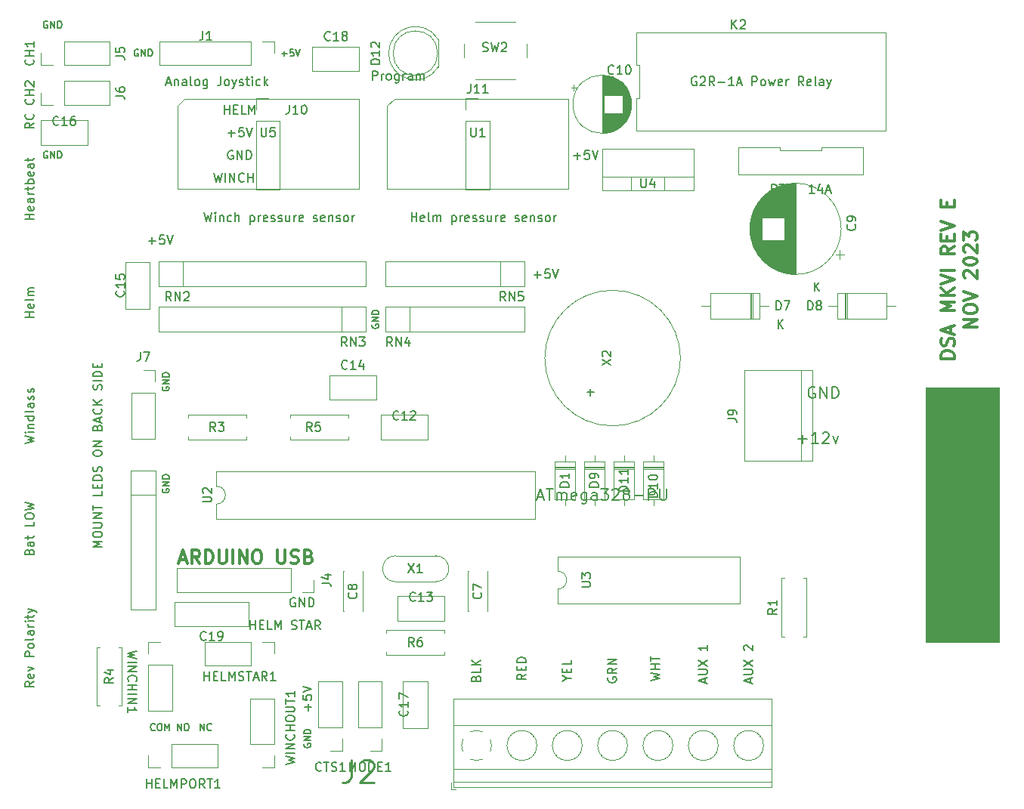
<source format=gbr>
G04 #@! TF.GenerationSoftware,KiCad,Pcbnew,(5.1.9)-1*
G04 #@! TF.CreationDate,2023-11-08T13:31:57-08:00*
G04 #@! TF.ProjectId,DSAMKVIE,4453414d-4b56-4494-952e-6b696361645f,rev?*
G04 #@! TF.SameCoordinates,Original*
G04 #@! TF.FileFunction,Legend,Top*
G04 #@! TF.FilePolarity,Positive*
%FSLAX46Y46*%
G04 Gerber Fmt 4.6, Leading zero omitted, Abs format (unit mm)*
G04 Created by KiCad (PCBNEW (5.1.9)-1) date 2023-11-08 13:31:57*
%MOMM*%
%LPD*%
G01*
G04 APERTURE LIST*
%ADD10C,0.152400*%
%ADD11C,0.150000*%
%ADD12C,0.203200*%
%ADD13C,0.300000*%
%ADD14C,0.100000*%
%ADD15C,0.120000*%
%ADD16C,0.254000*%
G04 APERTURE END LIST*
D10*
X112649000Y-93925571D02*
X112612714Y-93998142D01*
X112612714Y-94107000D01*
X112649000Y-94215857D01*
X112721571Y-94288428D01*
X112794142Y-94324714D01*
X112939285Y-94361000D01*
X113048142Y-94361000D01*
X113193285Y-94324714D01*
X113265857Y-94288428D01*
X113338428Y-94215857D01*
X113374714Y-94107000D01*
X113374714Y-94034428D01*
X113338428Y-93925571D01*
X113302142Y-93889285D01*
X113048142Y-93889285D01*
X113048142Y-94034428D01*
X113374714Y-93562714D02*
X112612714Y-93562714D01*
X113374714Y-93127285D01*
X112612714Y-93127285D01*
X113374714Y-92764428D02*
X112612714Y-92764428D01*
X112612714Y-92583000D01*
X112649000Y-92474142D01*
X112721571Y-92401571D01*
X112794142Y-92365285D01*
X112939285Y-92329000D01*
X113048142Y-92329000D01*
X113193285Y-92365285D01*
X113265857Y-92401571D01*
X113338428Y-92474142D01*
X113374714Y-92583000D01*
X113374714Y-92764428D01*
X112649000Y-105355571D02*
X112612714Y-105428142D01*
X112612714Y-105537000D01*
X112649000Y-105645857D01*
X112721571Y-105718428D01*
X112794142Y-105754714D01*
X112939285Y-105791000D01*
X113048142Y-105791000D01*
X113193285Y-105754714D01*
X113265857Y-105718428D01*
X113338428Y-105645857D01*
X113374714Y-105537000D01*
X113374714Y-105464428D01*
X113338428Y-105355571D01*
X113302142Y-105319285D01*
X113048142Y-105319285D01*
X113048142Y-105464428D01*
X113374714Y-104992714D02*
X112612714Y-104992714D01*
X113374714Y-104557285D01*
X112612714Y-104557285D01*
X113374714Y-104194428D02*
X112612714Y-104194428D01*
X112612714Y-104013000D01*
X112649000Y-103904142D01*
X112721571Y-103831571D01*
X112794142Y-103795285D01*
X112939285Y-103759000D01*
X113048142Y-103759000D01*
X113193285Y-103795285D01*
X113265857Y-103831571D01*
X113338428Y-103904142D01*
X113374714Y-104013000D01*
X113374714Y-104194428D01*
D11*
X111109285Y-77541428D02*
X111871190Y-77541428D01*
X111490238Y-77922380D02*
X111490238Y-77160476D01*
X112823571Y-76922380D02*
X112347380Y-76922380D01*
X112299761Y-77398571D01*
X112347380Y-77350952D01*
X112442619Y-77303333D01*
X112680714Y-77303333D01*
X112775952Y-77350952D01*
X112823571Y-77398571D01*
X112871190Y-77493809D01*
X112871190Y-77731904D01*
X112823571Y-77827142D01*
X112775952Y-77874761D01*
X112680714Y-77922380D01*
X112442619Y-77922380D01*
X112347380Y-77874761D01*
X112299761Y-77827142D01*
X113156904Y-76922380D02*
X113490238Y-77922380D01*
X113823571Y-76922380D01*
D10*
X136144000Y-86940571D02*
X136107714Y-87013142D01*
X136107714Y-87122000D01*
X136144000Y-87230857D01*
X136216571Y-87303428D01*
X136289142Y-87339714D01*
X136434285Y-87376000D01*
X136543142Y-87376000D01*
X136688285Y-87339714D01*
X136760857Y-87303428D01*
X136833428Y-87230857D01*
X136869714Y-87122000D01*
X136869714Y-87049428D01*
X136833428Y-86940571D01*
X136797142Y-86904285D01*
X136543142Y-86904285D01*
X136543142Y-87049428D01*
X136869714Y-86577714D02*
X136107714Y-86577714D01*
X136869714Y-86142285D01*
X136107714Y-86142285D01*
X136869714Y-85779428D02*
X136107714Y-85779428D01*
X136107714Y-85598000D01*
X136144000Y-85489142D01*
X136216571Y-85416571D01*
X136289142Y-85380285D01*
X136434285Y-85344000D01*
X136543142Y-85344000D01*
X136688285Y-85380285D01*
X136760857Y-85416571D01*
X136833428Y-85489142D01*
X136869714Y-85598000D01*
X136869714Y-85779428D01*
X99749428Y-52959000D02*
X99676857Y-52922714D01*
X99568000Y-52922714D01*
X99459142Y-52959000D01*
X99386571Y-53031571D01*
X99350285Y-53104142D01*
X99314000Y-53249285D01*
X99314000Y-53358142D01*
X99350285Y-53503285D01*
X99386571Y-53575857D01*
X99459142Y-53648428D01*
X99568000Y-53684714D01*
X99640571Y-53684714D01*
X99749428Y-53648428D01*
X99785714Y-53612142D01*
X99785714Y-53358142D01*
X99640571Y-53358142D01*
X100112285Y-53684714D02*
X100112285Y-52922714D01*
X100547714Y-53684714D01*
X100547714Y-52922714D01*
X100910571Y-53684714D02*
X100910571Y-52922714D01*
X101092000Y-52922714D01*
X101200857Y-52959000D01*
X101273428Y-53031571D01*
X101309714Y-53104142D01*
X101346000Y-53249285D01*
X101346000Y-53358142D01*
X101309714Y-53503285D01*
X101273428Y-53575857D01*
X101200857Y-53648428D01*
X101092000Y-53684714D01*
X100910571Y-53684714D01*
D11*
X119570714Y-63317380D02*
X119570714Y-62317380D01*
X119570714Y-62793571D02*
X120142142Y-62793571D01*
X120142142Y-63317380D02*
X120142142Y-62317380D01*
X120618333Y-62793571D02*
X120951666Y-62793571D01*
X121094523Y-63317380D02*
X120618333Y-63317380D01*
X120618333Y-62317380D01*
X121094523Y-62317380D01*
X121999285Y-63317380D02*
X121523095Y-63317380D01*
X121523095Y-62317380D01*
X122332619Y-63317380D02*
X122332619Y-62317380D01*
X122665952Y-63031666D01*
X122999285Y-62317380D01*
X122999285Y-63317380D01*
X122484047Y-121102380D02*
X122484047Y-120102380D01*
X122484047Y-120578571D02*
X123055476Y-120578571D01*
X123055476Y-121102380D02*
X123055476Y-120102380D01*
X123531666Y-120578571D02*
X123865000Y-120578571D01*
X124007857Y-121102380D02*
X123531666Y-121102380D01*
X123531666Y-120102380D01*
X124007857Y-120102380D01*
X124912619Y-121102380D02*
X124436428Y-121102380D01*
X124436428Y-120102380D01*
X125245952Y-121102380D02*
X125245952Y-120102380D01*
X125579285Y-120816666D01*
X125912619Y-120102380D01*
X125912619Y-121102380D01*
X127103095Y-121054761D02*
X127245952Y-121102380D01*
X127484047Y-121102380D01*
X127579285Y-121054761D01*
X127626904Y-121007142D01*
X127674523Y-120911904D01*
X127674523Y-120816666D01*
X127626904Y-120721428D01*
X127579285Y-120673809D01*
X127484047Y-120626190D01*
X127293571Y-120578571D01*
X127198333Y-120530952D01*
X127150714Y-120483333D01*
X127103095Y-120388095D01*
X127103095Y-120292857D01*
X127150714Y-120197619D01*
X127198333Y-120150000D01*
X127293571Y-120102380D01*
X127531666Y-120102380D01*
X127674523Y-120150000D01*
X127960238Y-120102380D02*
X128531666Y-120102380D01*
X128245952Y-121102380D02*
X128245952Y-120102380D01*
X128817380Y-120816666D02*
X129293571Y-120816666D01*
X128722142Y-121102380D02*
X129055476Y-120102380D01*
X129388809Y-121102380D01*
X130293571Y-121102380D02*
X129960238Y-120626190D01*
X129722142Y-121102380D02*
X129722142Y-120102380D01*
X130103095Y-120102380D01*
X130198333Y-120150000D01*
X130245952Y-120197619D01*
X130293571Y-120292857D01*
X130293571Y-120435714D01*
X130245952Y-120530952D01*
X130198333Y-120578571D01*
X130103095Y-120626190D01*
X129722142Y-120626190D01*
X128976428Y-130190714D02*
X128976428Y-129428809D01*
X129357380Y-129809761D02*
X128595476Y-129809761D01*
X128357380Y-128476428D02*
X128357380Y-128952619D01*
X128833571Y-129000238D01*
X128785952Y-128952619D01*
X128738333Y-128857380D01*
X128738333Y-128619285D01*
X128785952Y-128524047D01*
X128833571Y-128476428D01*
X128928809Y-128428809D01*
X129166904Y-128428809D01*
X129262142Y-128476428D01*
X129309761Y-128524047D01*
X129357380Y-128619285D01*
X129357380Y-128857380D01*
X129309761Y-128952619D01*
X129262142Y-129000238D01*
X128357380Y-128143095D02*
X129357380Y-127809761D01*
X128357380Y-127476428D01*
X154289285Y-81351428D02*
X155051190Y-81351428D01*
X154670238Y-81732380D02*
X154670238Y-80970476D01*
X156003571Y-80732380D02*
X155527380Y-80732380D01*
X155479761Y-81208571D01*
X155527380Y-81160952D01*
X155622619Y-81113333D01*
X155860714Y-81113333D01*
X155955952Y-81160952D01*
X156003571Y-81208571D01*
X156051190Y-81303809D01*
X156051190Y-81541904D01*
X156003571Y-81637142D01*
X155955952Y-81684761D01*
X155860714Y-81732380D01*
X155622619Y-81732380D01*
X155527380Y-81684761D01*
X155479761Y-81637142D01*
X156336904Y-80732380D02*
X156670238Y-81732380D01*
X157003571Y-80732380D01*
X127508095Y-117610000D02*
X127412857Y-117562380D01*
X127270000Y-117562380D01*
X127127142Y-117610000D01*
X127031904Y-117705238D01*
X126984285Y-117800476D01*
X126936666Y-117990952D01*
X126936666Y-118133809D01*
X126984285Y-118324285D01*
X127031904Y-118419523D01*
X127127142Y-118514761D01*
X127270000Y-118562380D01*
X127365238Y-118562380D01*
X127508095Y-118514761D01*
X127555714Y-118467142D01*
X127555714Y-118133809D01*
X127365238Y-118133809D01*
X127984285Y-118562380D02*
X127984285Y-117562380D01*
X128555714Y-118562380D01*
X128555714Y-117562380D01*
X129031904Y-118562380D02*
X129031904Y-117562380D01*
X129270000Y-117562380D01*
X129412857Y-117610000D01*
X129508095Y-117705238D01*
X129555714Y-117800476D01*
X129603333Y-117990952D01*
X129603333Y-118133809D01*
X129555714Y-118324285D01*
X129508095Y-118419523D01*
X129412857Y-118514761D01*
X129270000Y-118562380D01*
X129031904Y-118562380D01*
X120523095Y-67445000D02*
X120427857Y-67397380D01*
X120285000Y-67397380D01*
X120142142Y-67445000D01*
X120046904Y-67540238D01*
X119999285Y-67635476D01*
X119951666Y-67825952D01*
X119951666Y-67968809D01*
X119999285Y-68159285D01*
X120046904Y-68254523D01*
X120142142Y-68349761D01*
X120285000Y-68397380D01*
X120380238Y-68397380D01*
X120523095Y-68349761D01*
X120570714Y-68302142D01*
X120570714Y-67968809D01*
X120380238Y-67968809D01*
X120999285Y-68397380D02*
X120999285Y-67397380D01*
X121570714Y-68397380D01*
X121570714Y-67397380D01*
X122046904Y-68397380D02*
X122046904Y-67397380D01*
X122285000Y-67397380D01*
X122427857Y-67445000D01*
X122523095Y-67540238D01*
X122570714Y-67635476D01*
X122618333Y-67825952D01*
X122618333Y-67968809D01*
X122570714Y-68159285D01*
X122523095Y-68254523D01*
X122427857Y-68349761D01*
X122285000Y-68397380D01*
X122046904Y-68397380D01*
X119999285Y-65476428D02*
X120761190Y-65476428D01*
X120380238Y-65857380D02*
X120380238Y-65095476D01*
X121713571Y-64857380D02*
X121237380Y-64857380D01*
X121189761Y-65333571D01*
X121237380Y-65285952D01*
X121332619Y-65238333D01*
X121570714Y-65238333D01*
X121665952Y-65285952D01*
X121713571Y-65333571D01*
X121761190Y-65428809D01*
X121761190Y-65666904D01*
X121713571Y-65762142D01*
X121665952Y-65809761D01*
X121570714Y-65857380D01*
X121332619Y-65857380D01*
X121237380Y-65809761D01*
X121189761Y-65762142D01*
X122046904Y-64857380D02*
X122380238Y-65857380D01*
X122713571Y-64857380D01*
X118435714Y-69937380D02*
X118673809Y-70937380D01*
X118864285Y-70223095D01*
X119054761Y-70937380D01*
X119292857Y-69937380D01*
X119673809Y-70937380D02*
X119673809Y-69937380D01*
X120150000Y-70937380D02*
X120150000Y-69937380D01*
X120721428Y-70937380D01*
X120721428Y-69937380D01*
X121769047Y-70842142D02*
X121721428Y-70889761D01*
X121578571Y-70937380D01*
X121483333Y-70937380D01*
X121340476Y-70889761D01*
X121245238Y-70794523D01*
X121197619Y-70699285D01*
X121150000Y-70508809D01*
X121150000Y-70365952D01*
X121197619Y-70175476D01*
X121245238Y-70080238D01*
X121340476Y-69985000D01*
X121483333Y-69937380D01*
X121578571Y-69937380D01*
X121721428Y-69985000D01*
X121769047Y-70032619D01*
X122197619Y-70937380D02*
X122197619Y-69937380D01*
X122197619Y-70413571D02*
X122769047Y-70413571D01*
X122769047Y-70937380D02*
X122769047Y-69937380D01*
X158734285Y-68016428D02*
X159496190Y-68016428D01*
X159115238Y-68397380D02*
X159115238Y-67635476D01*
X160448571Y-67397380D02*
X159972380Y-67397380D01*
X159924761Y-67873571D01*
X159972380Y-67825952D01*
X160067619Y-67778333D01*
X160305714Y-67778333D01*
X160400952Y-67825952D01*
X160448571Y-67873571D01*
X160496190Y-67968809D01*
X160496190Y-68206904D01*
X160448571Y-68302142D01*
X160400952Y-68349761D01*
X160305714Y-68397380D01*
X160067619Y-68397380D01*
X159972380Y-68349761D01*
X159924761Y-68302142D01*
X160781904Y-67397380D02*
X161115238Y-68397380D01*
X161448571Y-67397380D01*
X178474666Y-127063238D02*
X178474666Y-126587047D01*
X178760380Y-127158476D02*
X177760380Y-126825142D01*
X178760380Y-126491809D01*
X177760380Y-126158476D02*
X178569904Y-126158476D01*
X178665142Y-126110857D01*
X178712761Y-126063238D01*
X178760380Y-125968000D01*
X178760380Y-125777523D01*
X178712761Y-125682285D01*
X178665142Y-125634666D01*
X178569904Y-125587047D01*
X177760380Y-125587047D01*
X177760380Y-125206095D02*
X178760380Y-124539428D01*
X177760380Y-124539428D02*
X178760380Y-125206095D01*
X177855619Y-123444190D02*
X177808000Y-123396571D01*
X177760380Y-123301333D01*
X177760380Y-123063238D01*
X177808000Y-122968000D01*
X177855619Y-122920380D01*
X177950857Y-122872761D01*
X178046095Y-122872761D01*
X178188952Y-122920380D01*
X178760380Y-123491809D01*
X178760380Y-122872761D01*
X173394666Y-127063238D02*
X173394666Y-126587047D01*
X173680380Y-127158476D02*
X172680380Y-126825142D01*
X173680380Y-126491809D01*
X172680380Y-126158476D02*
X173489904Y-126158476D01*
X173585142Y-126110857D01*
X173632761Y-126063238D01*
X173680380Y-125968000D01*
X173680380Y-125777523D01*
X173632761Y-125682285D01*
X173585142Y-125634666D01*
X173489904Y-125587047D01*
X172680380Y-125587047D01*
X172680380Y-125206095D02*
X173680380Y-124539428D01*
X172680380Y-124539428D02*
X173680380Y-125206095D01*
X173680380Y-122872761D02*
X173680380Y-123444190D01*
X173680380Y-123158476D02*
X172680380Y-123158476D01*
X172823238Y-123253714D01*
X172918476Y-123348952D01*
X172966095Y-123444190D01*
X98242380Y-64325476D02*
X97766190Y-64658809D01*
X98242380Y-64896904D02*
X97242380Y-64896904D01*
X97242380Y-64515952D01*
X97290000Y-64420714D01*
X97337619Y-64373095D01*
X97432857Y-64325476D01*
X97575714Y-64325476D01*
X97670952Y-64373095D01*
X97718571Y-64420714D01*
X97766190Y-64515952D01*
X97766190Y-64896904D01*
X98147142Y-63325476D02*
X98194761Y-63373095D01*
X98242380Y-63515952D01*
X98242380Y-63611190D01*
X98194761Y-63754047D01*
X98099523Y-63849285D01*
X98004285Y-63896904D01*
X97813809Y-63944523D01*
X97670952Y-63944523D01*
X97480476Y-63896904D01*
X97385238Y-63849285D01*
X97290000Y-63754047D01*
X97242380Y-63611190D01*
X97242380Y-63515952D01*
X97290000Y-63373095D01*
X97337619Y-63325476D01*
X105862380Y-111885714D02*
X104862380Y-111885714D01*
X105576666Y-111552380D01*
X104862380Y-111219047D01*
X105862380Y-111219047D01*
X104862380Y-110552380D02*
X104862380Y-110361904D01*
X104910000Y-110266666D01*
X105005238Y-110171428D01*
X105195714Y-110123809D01*
X105529047Y-110123809D01*
X105719523Y-110171428D01*
X105814761Y-110266666D01*
X105862380Y-110361904D01*
X105862380Y-110552380D01*
X105814761Y-110647619D01*
X105719523Y-110742857D01*
X105529047Y-110790476D01*
X105195714Y-110790476D01*
X105005238Y-110742857D01*
X104910000Y-110647619D01*
X104862380Y-110552380D01*
X104862380Y-109695238D02*
X105671904Y-109695238D01*
X105767142Y-109647619D01*
X105814761Y-109600000D01*
X105862380Y-109504761D01*
X105862380Y-109314285D01*
X105814761Y-109219047D01*
X105767142Y-109171428D01*
X105671904Y-109123809D01*
X104862380Y-109123809D01*
X105862380Y-108647619D02*
X104862380Y-108647619D01*
X105862380Y-108076190D01*
X104862380Y-108076190D01*
X104862380Y-107742857D02*
X104862380Y-107171428D01*
X105862380Y-107457142D02*
X104862380Y-107457142D01*
X105862380Y-105600000D02*
X105862380Y-106076190D01*
X104862380Y-106076190D01*
X105338571Y-105266666D02*
X105338571Y-104933333D01*
X105862380Y-104790476D02*
X105862380Y-105266666D01*
X104862380Y-105266666D01*
X104862380Y-104790476D01*
X105862380Y-104361904D02*
X104862380Y-104361904D01*
X104862380Y-104123809D01*
X104910000Y-103980952D01*
X105005238Y-103885714D01*
X105100476Y-103838095D01*
X105290952Y-103790476D01*
X105433809Y-103790476D01*
X105624285Y-103838095D01*
X105719523Y-103885714D01*
X105814761Y-103980952D01*
X105862380Y-104123809D01*
X105862380Y-104361904D01*
X105814761Y-103409523D02*
X105862380Y-103266666D01*
X105862380Y-103028571D01*
X105814761Y-102933333D01*
X105767142Y-102885714D01*
X105671904Y-102838095D01*
X105576666Y-102838095D01*
X105481428Y-102885714D01*
X105433809Y-102933333D01*
X105386190Y-103028571D01*
X105338571Y-103219047D01*
X105290952Y-103314285D01*
X105243333Y-103361904D01*
X105148095Y-103409523D01*
X105052857Y-103409523D01*
X104957619Y-103361904D01*
X104910000Y-103314285D01*
X104862380Y-103219047D01*
X104862380Y-102980952D01*
X104910000Y-102838095D01*
X104862380Y-101457142D02*
X104862380Y-101266666D01*
X104910000Y-101171428D01*
X105005238Y-101076190D01*
X105195714Y-101028571D01*
X105529047Y-101028571D01*
X105719523Y-101076190D01*
X105814761Y-101171428D01*
X105862380Y-101266666D01*
X105862380Y-101457142D01*
X105814761Y-101552380D01*
X105719523Y-101647619D01*
X105529047Y-101695238D01*
X105195714Y-101695238D01*
X105005238Y-101647619D01*
X104910000Y-101552380D01*
X104862380Y-101457142D01*
X105862380Y-100600000D02*
X104862380Y-100600000D01*
X105862380Y-100028571D01*
X104862380Y-100028571D01*
X105338571Y-98457142D02*
X105386190Y-98314285D01*
X105433809Y-98266666D01*
X105529047Y-98219047D01*
X105671904Y-98219047D01*
X105767142Y-98266666D01*
X105814761Y-98314285D01*
X105862380Y-98409523D01*
X105862380Y-98790476D01*
X104862380Y-98790476D01*
X104862380Y-98457142D01*
X104910000Y-98361904D01*
X104957619Y-98314285D01*
X105052857Y-98266666D01*
X105148095Y-98266666D01*
X105243333Y-98314285D01*
X105290952Y-98361904D01*
X105338571Y-98457142D01*
X105338571Y-98790476D01*
X105576666Y-97838095D02*
X105576666Y-97361904D01*
X105862380Y-97933333D02*
X104862380Y-97600000D01*
X105862380Y-97266666D01*
X105767142Y-96361904D02*
X105814761Y-96409523D01*
X105862380Y-96552380D01*
X105862380Y-96647619D01*
X105814761Y-96790476D01*
X105719523Y-96885714D01*
X105624285Y-96933333D01*
X105433809Y-96980952D01*
X105290952Y-96980952D01*
X105100476Y-96933333D01*
X105005238Y-96885714D01*
X104910000Y-96790476D01*
X104862380Y-96647619D01*
X104862380Y-96552380D01*
X104910000Y-96409523D01*
X104957619Y-96361904D01*
X105862380Y-95933333D02*
X104862380Y-95933333D01*
X105862380Y-95361904D02*
X105290952Y-95790476D01*
X104862380Y-95361904D02*
X105433809Y-95933333D01*
X105814761Y-94219047D02*
X105862380Y-94076190D01*
X105862380Y-93838095D01*
X105814761Y-93742857D01*
X105767142Y-93695238D01*
X105671904Y-93647619D01*
X105576666Y-93647619D01*
X105481428Y-93695238D01*
X105433809Y-93742857D01*
X105386190Y-93838095D01*
X105338571Y-94028571D01*
X105290952Y-94123809D01*
X105243333Y-94171428D01*
X105148095Y-94219047D01*
X105052857Y-94219047D01*
X104957619Y-94171428D01*
X104910000Y-94123809D01*
X104862380Y-94028571D01*
X104862380Y-93790476D01*
X104910000Y-93647619D01*
X105862380Y-93219047D02*
X104862380Y-93219047D01*
X105862380Y-92742857D02*
X104862380Y-92742857D01*
X104862380Y-92504761D01*
X104910000Y-92361904D01*
X105005238Y-92266666D01*
X105100476Y-92219047D01*
X105290952Y-92171428D01*
X105433809Y-92171428D01*
X105624285Y-92219047D01*
X105719523Y-92266666D01*
X105814761Y-92361904D01*
X105862380Y-92504761D01*
X105862380Y-92742857D01*
X105338571Y-91742857D02*
X105338571Y-91409523D01*
X105862380Y-91266666D02*
X105862380Y-91742857D01*
X104862380Y-91742857D01*
X104862380Y-91266666D01*
D10*
X126020285Y-56569428D02*
X126600857Y-56569428D01*
X126310571Y-56859714D02*
X126310571Y-56279142D01*
X127326571Y-56097714D02*
X126963714Y-56097714D01*
X126927428Y-56460571D01*
X126963714Y-56424285D01*
X127036285Y-56388000D01*
X127217714Y-56388000D01*
X127290285Y-56424285D01*
X127326571Y-56460571D01*
X127362857Y-56533142D01*
X127362857Y-56714571D01*
X127326571Y-56787142D01*
X127290285Y-56823428D01*
X127217714Y-56859714D01*
X127036285Y-56859714D01*
X126963714Y-56823428D01*
X126927428Y-56787142D01*
X127580571Y-56097714D02*
X127834571Y-56859714D01*
X128088571Y-56097714D01*
X116876285Y-132424714D02*
X116876285Y-131662714D01*
X117311714Y-132424714D01*
X117311714Y-131662714D01*
X118110000Y-132352142D02*
X118073714Y-132388428D01*
X117964857Y-132424714D01*
X117892285Y-132424714D01*
X117783428Y-132388428D01*
X117710857Y-132315857D01*
X117674571Y-132243285D01*
X117638285Y-132098142D01*
X117638285Y-131989285D01*
X117674571Y-131844142D01*
X117710857Y-131771571D01*
X117783428Y-131699000D01*
X117892285Y-131662714D01*
X117964857Y-131662714D01*
X118073714Y-131699000D01*
X118110000Y-131735285D01*
X114318142Y-132424714D02*
X114318142Y-131662714D01*
X114753571Y-132424714D01*
X114753571Y-131662714D01*
X115261571Y-131662714D02*
X115406714Y-131662714D01*
X115479285Y-131699000D01*
X115551857Y-131771571D01*
X115588142Y-131916714D01*
X115588142Y-132170714D01*
X115551857Y-132315857D01*
X115479285Y-132388428D01*
X115406714Y-132424714D01*
X115261571Y-132424714D01*
X115189000Y-132388428D01*
X115116428Y-132315857D01*
X115080142Y-132170714D01*
X115080142Y-131916714D01*
X115116428Y-131771571D01*
X115189000Y-131699000D01*
X115261571Y-131662714D01*
X111796285Y-132352142D02*
X111760000Y-132388428D01*
X111651142Y-132424714D01*
X111578571Y-132424714D01*
X111469714Y-132388428D01*
X111397142Y-132315857D01*
X111360857Y-132243285D01*
X111324571Y-132098142D01*
X111324571Y-131989285D01*
X111360857Y-131844142D01*
X111397142Y-131771571D01*
X111469714Y-131699000D01*
X111578571Y-131662714D01*
X111651142Y-131662714D01*
X111760000Y-131699000D01*
X111796285Y-131735285D01*
X112268000Y-131662714D02*
X112413142Y-131662714D01*
X112485714Y-131699000D01*
X112558285Y-131771571D01*
X112594571Y-131916714D01*
X112594571Y-132170714D01*
X112558285Y-132315857D01*
X112485714Y-132388428D01*
X112413142Y-132424714D01*
X112268000Y-132424714D01*
X112195428Y-132388428D01*
X112122857Y-132315857D01*
X112086571Y-132170714D01*
X112086571Y-131916714D01*
X112122857Y-131771571D01*
X112195428Y-131699000D01*
X112268000Y-131662714D01*
X112921142Y-132424714D02*
X112921142Y-131662714D01*
X113175142Y-132207000D01*
X113429142Y-131662714D01*
X113429142Y-132424714D01*
D12*
X183877857Y-99785714D02*
X184845476Y-99785714D01*
X184361666Y-100269523D02*
X184361666Y-99301904D01*
X186115476Y-100269523D02*
X185389761Y-100269523D01*
X185752619Y-100269523D02*
X185752619Y-98999523D01*
X185631666Y-99180952D01*
X185510714Y-99301904D01*
X185389761Y-99362380D01*
X186599285Y-99120476D02*
X186659761Y-99060000D01*
X186780714Y-98999523D01*
X187083095Y-98999523D01*
X187204047Y-99060000D01*
X187264523Y-99120476D01*
X187325000Y-99241428D01*
X187325000Y-99362380D01*
X187264523Y-99543809D01*
X186538809Y-100269523D01*
X187325000Y-100269523D01*
X187748333Y-99422857D02*
X188050714Y-100269523D01*
X188353095Y-99422857D01*
X185722380Y-93980000D02*
X185601428Y-93919523D01*
X185420000Y-93919523D01*
X185238571Y-93980000D01*
X185117619Y-94100952D01*
X185057142Y-94221904D01*
X184996666Y-94463809D01*
X184996666Y-94645238D01*
X185057142Y-94887142D01*
X185117619Y-95008095D01*
X185238571Y-95129047D01*
X185420000Y-95189523D01*
X185540952Y-95189523D01*
X185722380Y-95129047D01*
X185782857Y-95068571D01*
X185782857Y-94645238D01*
X185540952Y-94645238D01*
X186327142Y-95189523D02*
X186327142Y-93919523D01*
X187052857Y-95189523D01*
X187052857Y-93919523D01*
X187657619Y-95189523D02*
X187657619Y-93919523D01*
X187960000Y-93919523D01*
X188141428Y-93980000D01*
X188262380Y-94100952D01*
X188322857Y-94221904D01*
X188383333Y-94463809D01*
X188383333Y-94645238D01*
X188322857Y-94887142D01*
X188262380Y-95008095D01*
X188141428Y-95129047D01*
X187960000Y-95189523D01*
X187657619Y-95189523D01*
D13*
X114590714Y-113280000D02*
X115305000Y-113280000D01*
X114447857Y-113708571D02*
X114947857Y-112208571D01*
X115447857Y-113708571D01*
X116805000Y-113708571D02*
X116305000Y-112994285D01*
X115947857Y-113708571D02*
X115947857Y-112208571D01*
X116519285Y-112208571D01*
X116662142Y-112280000D01*
X116733571Y-112351428D01*
X116805000Y-112494285D01*
X116805000Y-112708571D01*
X116733571Y-112851428D01*
X116662142Y-112922857D01*
X116519285Y-112994285D01*
X115947857Y-112994285D01*
X117447857Y-113708571D02*
X117447857Y-112208571D01*
X117805000Y-112208571D01*
X118019285Y-112280000D01*
X118162142Y-112422857D01*
X118233571Y-112565714D01*
X118305000Y-112851428D01*
X118305000Y-113065714D01*
X118233571Y-113351428D01*
X118162142Y-113494285D01*
X118019285Y-113637142D01*
X117805000Y-113708571D01*
X117447857Y-113708571D01*
X118947857Y-112208571D02*
X118947857Y-113422857D01*
X119019285Y-113565714D01*
X119090714Y-113637142D01*
X119233571Y-113708571D01*
X119519285Y-113708571D01*
X119662142Y-113637142D01*
X119733571Y-113565714D01*
X119805000Y-113422857D01*
X119805000Y-112208571D01*
X120519285Y-113708571D02*
X120519285Y-112208571D01*
X121233571Y-113708571D02*
X121233571Y-112208571D01*
X122090714Y-113708571D01*
X122090714Y-112208571D01*
X123090714Y-112208571D02*
X123376428Y-112208571D01*
X123519285Y-112280000D01*
X123662142Y-112422857D01*
X123733571Y-112708571D01*
X123733571Y-113208571D01*
X123662142Y-113494285D01*
X123519285Y-113637142D01*
X123376428Y-113708571D01*
X123090714Y-113708571D01*
X122947857Y-113637142D01*
X122805000Y-113494285D01*
X122733571Y-113208571D01*
X122733571Y-112708571D01*
X122805000Y-112422857D01*
X122947857Y-112280000D01*
X123090714Y-112208571D01*
X125519285Y-112208571D02*
X125519285Y-113422857D01*
X125590714Y-113565714D01*
X125662142Y-113637142D01*
X125805000Y-113708571D01*
X126090714Y-113708571D01*
X126233571Y-113637142D01*
X126305000Y-113565714D01*
X126376428Y-113422857D01*
X126376428Y-112208571D01*
X127019285Y-113637142D02*
X127233571Y-113708571D01*
X127590714Y-113708571D01*
X127733571Y-113637142D01*
X127805000Y-113565714D01*
X127876428Y-113422857D01*
X127876428Y-113280000D01*
X127805000Y-113137142D01*
X127733571Y-113065714D01*
X127590714Y-112994285D01*
X127305000Y-112922857D01*
X127162142Y-112851428D01*
X127090714Y-112780000D01*
X127019285Y-112637142D01*
X127019285Y-112494285D01*
X127090714Y-112351428D01*
X127162142Y-112280000D01*
X127305000Y-112208571D01*
X127662142Y-112208571D01*
X127876428Y-112280000D01*
X129019285Y-112922857D02*
X129233571Y-112994285D01*
X129305000Y-113065714D01*
X129376428Y-113208571D01*
X129376428Y-113422857D01*
X129305000Y-113565714D01*
X129233571Y-113637142D01*
X129090714Y-113708571D01*
X128519285Y-113708571D01*
X128519285Y-112208571D01*
X129019285Y-112208571D01*
X129162142Y-112280000D01*
X129233571Y-112351428D01*
X129305000Y-112494285D01*
X129305000Y-112637142D01*
X129233571Y-112780000D01*
X129162142Y-112851428D01*
X129019285Y-112922857D01*
X128519285Y-112922857D01*
D10*
X109909428Y-56134000D02*
X109836857Y-56097714D01*
X109728000Y-56097714D01*
X109619142Y-56134000D01*
X109546571Y-56206571D01*
X109510285Y-56279142D01*
X109474000Y-56424285D01*
X109474000Y-56533142D01*
X109510285Y-56678285D01*
X109546571Y-56750857D01*
X109619142Y-56823428D01*
X109728000Y-56859714D01*
X109800571Y-56859714D01*
X109909428Y-56823428D01*
X109945714Y-56787142D01*
X109945714Y-56533142D01*
X109800571Y-56533142D01*
X110272285Y-56859714D02*
X110272285Y-56097714D01*
X110707714Y-56859714D01*
X110707714Y-56097714D01*
X111070571Y-56859714D02*
X111070571Y-56097714D01*
X111252000Y-56097714D01*
X111360857Y-56134000D01*
X111433428Y-56206571D01*
X111469714Y-56279142D01*
X111506000Y-56424285D01*
X111506000Y-56533142D01*
X111469714Y-56678285D01*
X111433428Y-56750857D01*
X111360857Y-56823428D01*
X111252000Y-56859714D01*
X111070571Y-56859714D01*
X128524000Y-133930571D02*
X128487714Y-134003142D01*
X128487714Y-134112000D01*
X128524000Y-134220857D01*
X128596571Y-134293428D01*
X128669142Y-134329714D01*
X128814285Y-134366000D01*
X128923142Y-134366000D01*
X129068285Y-134329714D01*
X129140857Y-134293428D01*
X129213428Y-134220857D01*
X129249714Y-134112000D01*
X129249714Y-134039428D01*
X129213428Y-133930571D01*
X129177142Y-133894285D01*
X128923142Y-133894285D01*
X128923142Y-134039428D01*
X129249714Y-133567714D02*
X128487714Y-133567714D01*
X129249714Y-133132285D01*
X128487714Y-133132285D01*
X129249714Y-132769428D02*
X128487714Y-132769428D01*
X128487714Y-132588000D01*
X128524000Y-132479142D01*
X128596571Y-132406571D01*
X128669142Y-132370285D01*
X128814285Y-132334000D01*
X128923142Y-132334000D01*
X129068285Y-132370285D01*
X129140857Y-132406571D01*
X129213428Y-132479142D01*
X129249714Y-132588000D01*
X129249714Y-132769428D01*
X99749428Y-67564000D02*
X99676857Y-67527714D01*
X99568000Y-67527714D01*
X99459142Y-67564000D01*
X99386571Y-67636571D01*
X99350285Y-67709142D01*
X99314000Y-67854285D01*
X99314000Y-67963142D01*
X99350285Y-68108285D01*
X99386571Y-68180857D01*
X99459142Y-68253428D01*
X99568000Y-68289714D01*
X99640571Y-68289714D01*
X99749428Y-68253428D01*
X99785714Y-68217142D01*
X99785714Y-67963142D01*
X99640571Y-67963142D01*
X100112285Y-68289714D02*
X100112285Y-67527714D01*
X100547714Y-68289714D01*
X100547714Y-67527714D01*
X100910571Y-68289714D02*
X100910571Y-67527714D01*
X101092000Y-67527714D01*
X101200857Y-67564000D01*
X101273428Y-67636571D01*
X101309714Y-67709142D01*
X101346000Y-67854285D01*
X101346000Y-67963142D01*
X101309714Y-68108285D01*
X101273428Y-68180857D01*
X101200857Y-68253428D01*
X101092000Y-68289714D01*
X100910571Y-68289714D01*
D11*
X167346380Y-126809333D02*
X168346380Y-126571238D01*
X167632095Y-126380761D01*
X168346380Y-126190285D01*
X167346380Y-125952190D01*
X168346380Y-125571238D02*
X167346380Y-125571238D01*
X167822571Y-125571238D02*
X167822571Y-124999809D01*
X168346380Y-124999809D02*
X167346380Y-124999809D01*
X167346380Y-124666476D02*
X167346380Y-124095047D01*
X168346380Y-124380761D02*
X167346380Y-124380761D01*
X162568000Y-126491904D02*
X162520380Y-126587142D01*
X162520380Y-126730000D01*
X162568000Y-126872857D01*
X162663238Y-126968095D01*
X162758476Y-127015714D01*
X162948952Y-127063333D01*
X163091809Y-127063333D01*
X163282285Y-127015714D01*
X163377523Y-126968095D01*
X163472761Y-126872857D01*
X163520380Y-126730000D01*
X163520380Y-126634761D01*
X163472761Y-126491904D01*
X163425142Y-126444285D01*
X163091809Y-126444285D01*
X163091809Y-126634761D01*
X163520380Y-125444285D02*
X163044190Y-125777619D01*
X163520380Y-126015714D02*
X162520380Y-126015714D01*
X162520380Y-125634761D01*
X162568000Y-125539523D01*
X162615619Y-125491904D01*
X162710857Y-125444285D01*
X162853714Y-125444285D01*
X162948952Y-125491904D01*
X162996571Y-125539523D01*
X163044190Y-125634761D01*
X163044190Y-126015714D01*
X163520380Y-125015714D02*
X162520380Y-125015714D01*
X163520380Y-124444285D01*
X162520380Y-124444285D01*
X157964190Y-126587142D02*
X158440380Y-126587142D01*
X157440380Y-126920476D02*
X157964190Y-126587142D01*
X157440380Y-126253809D01*
X157916571Y-125920476D02*
X157916571Y-125587142D01*
X158440380Y-125444285D02*
X158440380Y-125920476D01*
X157440380Y-125920476D01*
X157440380Y-125444285D01*
X158440380Y-124539523D02*
X158440380Y-125015714D01*
X157440380Y-125015714D01*
X153360380Y-126118857D02*
X152884190Y-126452190D01*
X153360380Y-126690285D02*
X152360380Y-126690285D01*
X152360380Y-126309333D01*
X152408000Y-126214095D01*
X152455619Y-126166476D01*
X152550857Y-126118857D01*
X152693714Y-126118857D01*
X152788952Y-126166476D01*
X152836571Y-126214095D01*
X152884190Y-126309333D01*
X152884190Y-126690285D01*
X152836571Y-125690285D02*
X152836571Y-125356952D01*
X153360380Y-125214095D02*
X153360380Y-125690285D01*
X152360380Y-125690285D01*
X152360380Y-125214095D01*
X153360380Y-124785523D02*
X152360380Y-124785523D01*
X152360380Y-124547428D01*
X152408000Y-124404571D01*
X152503238Y-124309333D01*
X152598476Y-124261714D01*
X152788952Y-124214095D01*
X152931809Y-124214095D01*
X153122285Y-124261714D01*
X153217523Y-124309333D01*
X153312761Y-124404571D01*
X153360380Y-124547428D01*
X153360380Y-124785523D01*
X147756571Y-126563333D02*
X147804190Y-126420476D01*
X147851809Y-126372857D01*
X147947047Y-126325238D01*
X148089904Y-126325238D01*
X148185142Y-126372857D01*
X148232761Y-126420476D01*
X148280380Y-126515714D01*
X148280380Y-126896666D01*
X147280380Y-126896666D01*
X147280380Y-126563333D01*
X147328000Y-126468095D01*
X147375619Y-126420476D01*
X147470857Y-126372857D01*
X147566095Y-126372857D01*
X147661333Y-126420476D01*
X147708952Y-126468095D01*
X147756571Y-126563333D01*
X147756571Y-126896666D01*
X148280380Y-125420476D02*
X148280380Y-125896666D01*
X147280380Y-125896666D01*
X148280380Y-125087142D02*
X147280380Y-125087142D01*
X148280380Y-124515714D02*
X147708952Y-124944285D01*
X147280380Y-124515714D02*
X147851809Y-125087142D01*
D14*
G36*
X206375000Y-122555000D02*
G01*
X198120000Y-122555000D01*
X198120000Y-93980000D01*
X206375000Y-93980000D01*
X206375000Y-122555000D01*
G37*
X206375000Y-122555000D02*
X198120000Y-122555000D01*
X198120000Y-93980000D01*
X206375000Y-93980000D01*
X206375000Y-122555000D01*
D13*
X201333571Y-90736428D02*
X199833571Y-90736428D01*
X199833571Y-90379285D01*
X199905000Y-90165000D01*
X200047857Y-90022142D01*
X200190714Y-89950714D01*
X200476428Y-89879285D01*
X200690714Y-89879285D01*
X200976428Y-89950714D01*
X201119285Y-90022142D01*
X201262142Y-90165000D01*
X201333571Y-90379285D01*
X201333571Y-90736428D01*
X201262142Y-89307857D02*
X201333571Y-89093571D01*
X201333571Y-88736428D01*
X201262142Y-88593571D01*
X201190714Y-88522142D01*
X201047857Y-88450714D01*
X200905000Y-88450714D01*
X200762142Y-88522142D01*
X200690714Y-88593571D01*
X200619285Y-88736428D01*
X200547857Y-89022142D01*
X200476428Y-89165000D01*
X200405000Y-89236428D01*
X200262142Y-89307857D01*
X200119285Y-89307857D01*
X199976428Y-89236428D01*
X199905000Y-89165000D01*
X199833571Y-89022142D01*
X199833571Y-88665000D01*
X199905000Y-88450714D01*
X200905000Y-87879285D02*
X200905000Y-87165000D01*
X201333571Y-88022142D02*
X199833571Y-87522142D01*
X201333571Y-87022142D01*
X201333571Y-85379285D02*
X199833571Y-85379285D01*
X200905000Y-84879285D01*
X199833571Y-84379285D01*
X201333571Y-84379285D01*
X201333571Y-83665000D02*
X199833571Y-83665000D01*
X201333571Y-82807857D02*
X200476428Y-83450714D01*
X199833571Y-82807857D02*
X200690714Y-83665000D01*
X199833571Y-82379285D02*
X201333571Y-81879285D01*
X199833571Y-81379285D01*
X201333571Y-80879285D02*
X199833571Y-80879285D01*
X201333571Y-78165000D02*
X200619285Y-78665000D01*
X201333571Y-79022142D02*
X199833571Y-79022142D01*
X199833571Y-78450714D01*
X199905000Y-78307857D01*
X199976428Y-78236428D01*
X200119285Y-78165000D01*
X200333571Y-78165000D01*
X200476428Y-78236428D01*
X200547857Y-78307857D01*
X200619285Y-78450714D01*
X200619285Y-79022142D01*
X200547857Y-77522142D02*
X200547857Y-77022142D01*
X201333571Y-76807857D02*
X201333571Y-77522142D01*
X199833571Y-77522142D01*
X199833571Y-76807857D01*
X199833571Y-76379285D02*
X201333571Y-75879285D01*
X199833571Y-75379285D01*
X200547857Y-73736428D02*
X200547857Y-73236428D01*
X201333571Y-73022142D02*
X201333571Y-73736428D01*
X199833571Y-73736428D01*
X199833571Y-73022142D01*
X203883571Y-87200714D02*
X202383571Y-87200714D01*
X203883571Y-86343571D01*
X202383571Y-86343571D01*
X202383571Y-85343571D02*
X202383571Y-85057857D01*
X202455000Y-84915000D01*
X202597857Y-84772142D01*
X202883571Y-84700714D01*
X203383571Y-84700714D01*
X203669285Y-84772142D01*
X203812142Y-84915000D01*
X203883571Y-85057857D01*
X203883571Y-85343571D01*
X203812142Y-85486428D01*
X203669285Y-85629285D01*
X203383571Y-85700714D01*
X202883571Y-85700714D01*
X202597857Y-85629285D01*
X202455000Y-85486428D01*
X202383571Y-85343571D01*
X202383571Y-84272142D02*
X203883571Y-83772142D01*
X202383571Y-83272142D01*
X202526428Y-81700714D02*
X202455000Y-81629285D01*
X202383571Y-81486428D01*
X202383571Y-81129285D01*
X202455000Y-80986428D01*
X202526428Y-80915000D01*
X202669285Y-80843571D01*
X202812142Y-80843571D01*
X203026428Y-80915000D01*
X203883571Y-81772142D01*
X203883571Y-80843571D01*
X202383571Y-79915000D02*
X202383571Y-79772142D01*
X202455000Y-79629285D01*
X202526428Y-79557857D01*
X202669285Y-79486428D01*
X202955000Y-79415000D01*
X203312142Y-79415000D01*
X203597857Y-79486428D01*
X203740714Y-79557857D01*
X203812142Y-79629285D01*
X203883571Y-79772142D01*
X203883571Y-79915000D01*
X203812142Y-80057857D01*
X203740714Y-80129285D01*
X203597857Y-80200714D01*
X203312142Y-80272142D01*
X202955000Y-80272142D01*
X202669285Y-80200714D01*
X202526428Y-80129285D01*
X202455000Y-80057857D01*
X202383571Y-79915000D01*
X202526428Y-78843571D02*
X202455000Y-78772142D01*
X202383571Y-78629285D01*
X202383571Y-78272142D01*
X202455000Y-78129285D01*
X202526428Y-78057857D01*
X202669285Y-77986428D01*
X202812142Y-77986428D01*
X203026428Y-78057857D01*
X203883571Y-78915000D01*
X203883571Y-77986428D01*
X202383571Y-77486428D02*
X202383571Y-76557857D01*
X202955000Y-77057857D01*
X202955000Y-76843571D01*
X203026428Y-76700714D01*
X203097857Y-76629285D01*
X203240714Y-76557857D01*
X203597857Y-76557857D01*
X203740714Y-76629285D01*
X203812142Y-76700714D01*
X203883571Y-76843571D01*
X203883571Y-77272142D01*
X203812142Y-77415000D01*
X203740714Y-77486428D01*
D15*
X154588000Y-134112000D02*
G75*
G03*
X154588000Y-134112000I-1680000J0D01*
G01*
X159668000Y-134112000D02*
G75*
G03*
X159668000Y-134112000I-1680000J0D01*
G01*
X164748000Y-134112000D02*
G75*
G03*
X164748000Y-134112000I-1680000J0D01*
G01*
X169828000Y-134112000D02*
G75*
G03*
X169828000Y-134112000I-1680000J0D01*
G01*
X174908000Y-134112000D02*
G75*
G03*
X174908000Y-134112000I-1680000J0D01*
G01*
X179988000Y-134112000D02*
G75*
G03*
X179988000Y-134112000I-1680000J0D01*
G01*
X145228000Y-138212000D02*
X180908000Y-138212000D01*
X145228000Y-136712000D02*
X180908000Y-136712000D01*
X145228000Y-131811000D02*
X180908000Y-131811000D01*
X145228000Y-128851000D02*
X180908000Y-128851000D01*
X145228000Y-138772000D02*
X180908000Y-138772000D01*
X145228000Y-128851000D02*
X145228000Y-138772000D01*
X180908000Y-128851000D02*
X180908000Y-138772000D01*
X154183000Y-133043000D02*
X154136000Y-133089000D01*
X151874000Y-135351000D02*
X151839000Y-135386000D01*
X153978000Y-132837000D02*
X153943000Y-132873000D01*
X151681000Y-135135000D02*
X151634000Y-135181000D01*
X159263000Y-133043000D02*
X159216000Y-133089000D01*
X156954000Y-135351000D02*
X156919000Y-135386000D01*
X159058000Y-132837000D02*
X159023000Y-132873000D01*
X156761000Y-135135000D02*
X156714000Y-135181000D01*
X164343000Y-133043000D02*
X164296000Y-133089000D01*
X162034000Y-135351000D02*
X161999000Y-135386000D01*
X164138000Y-132837000D02*
X164103000Y-132873000D01*
X161841000Y-135135000D02*
X161794000Y-135181000D01*
X169423000Y-133043000D02*
X169376000Y-133089000D01*
X167114000Y-135351000D02*
X167079000Y-135386000D01*
X169218000Y-132837000D02*
X169183000Y-132873000D01*
X166921000Y-135135000D02*
X166874000Y-135181000D01*
X174503000Y-133043000D02*
X174456000Y-133089000D01*
X172194000Y-135351000D02*
X172159000Y-135386000D01*
X174298000Y-132837000D02*
X174263000Y-132873000D01*
X172001000Y-135135000D02*
X171954000Y-135181000D01*
X179583000Y-133043000D02*
X179536000Y-133089000D01*
X177274000Y-135351000D02*
X177239000Y-135386000D01*
X179378000Y-132837000D02*
X179343000Y-132873000D01*
X177081000Y-135135000D02*
X177034000Y-135181000D01*
X144988000Y-138272000D02*
X144988000Y-139012000D01*
X144988000Y-139012000D02*
X145488000Y-139012000D01*
X147856805Y-135792253D02*
G75*
G02*
X147144000Y-135647000I-28805J1680253D01*
G01*
X146292574Y-134795042D02*
G75*
G02*
X146293000Y-133428000I1535426J683042D01*
G01*
X147144958Y-132576574D02*
G75*
G02*
X148512000Y-132577000I683042J-1535426D01*
G01*
X149363426Y-133428958D02*
G75*
G02*
X149363000Y-134796000I-1535426J-683042D01*
G01*
X148511318Y-135646756D02*
G75*
G02*
X147828000Y-135792000I-683318J1534756D01*
G01*
X118685000Y-103395000D02*
X118685000Y-105045000D01*
X154365000Y-103395000D02*
X118685000Y-103395000D01*
X154365000Y-108695000D02*
X154365000Y-103395000D01*
X118685000Y-108695000D02*
X154365000Y-108695000D01*
X118685000Y-107045000D02*
X118685000Y-108695000D01*
X118685000Y-105045000D02*
G75*
G02*
X118685000Y-107045000I0J-1000000D01*
G01*
X150495000Y-82680000D02*
X150495000Y-79880000D01*
X137625000Y-82680000D02*
X153205000Y-82680000D01*
X137625000Y-79880000D02*
X137625000Y-82680000D01*
X153205000Y-79880000D02*
X137625000Y-79880000D01*
X153205000Y-82680000D02*
X153205000Y-79880000D01*
X140335000Y-84960000D02*
X140335000Y-87760000D01*
X153205000Y-84960000D02*
X137625000Y-84960000D01*
X153205000Y-87760000D02*
X153205000Y-84960000D01*
X137625000Y-87760000D02*
X153205000Y-87760000D01*
X137625000Y-84960000D02*
X137625000Y-87760000D01*
X114030000Y-120750000D02*
X114030000Y-118010000D01*
X122270000Y-120750000D02*
X122270000Y-118010000D01*
X122270000Y-118010000D02*
X114030000Y-118010000D01*
X122270000Y-120750000D02*
X114030000Y-120750000D01*
X111225000Y-85150000D02*
X108485000Y-85150000D01*
X111225000Y-79910000D02*
X108485000Y-79910000D01*
X108485000Y-79910000D02*
X108485000Y-85150000D01*
X111225000Y-79910000D02*
X111225000Y-85150000D01*
X136585000Y-92610000D02*
X136585000Y-95350000D01*
X131345000Y-92610000D02*
X131345000Y-95350000D01*
X131345000Y-95350000D02*
X136585000Y-95350000D01*
X131345000Y-92610000D02*
X136585000Y-92610000D01*
X99000000Y-66775000D02*
X99000000Y-64035000D01*
X104240000Y-66775000D02*
X104240000Y-64035000D01*
X104240000Y-64035000D02*
X99000000Y-64035000D01*
X104240000Y-66775000D02*
X99000000Y-66775000D01*
X134680000Y-55780000D02*
X134680000Y-58520000D01*
X129440000Y-55780000D02*
X129440000Y-58520000D01*
X129440000Y-58520000D02*
X134680000Y-58520000D01*
X129440000Y-55780000D02*
X134680000Y-55780000D01*
X144205000Y-117375000D02*
X144205000Y-120115000D01*
X138965000Y-117375000D02*
X138965000Y-120115000D01*
X138965000Y-120115000D02*
X144205000Y-120115000D01*
X138965000Y-117375000D02*
X144205000Y-117375000D01*
X142340000Y-132140000D02*
X139600000Y-132140000D01*
X142340000Y-126900000D02*
X139600000Y-126900000D01*
X139600000Y-126900000D02*
X139600000Y-132140000D01*
X142340000Y-126900000D02*
X142340000Y-132140000D01*
X137100000Y-99795000D02*
X137100000Y-97055000D01*
X142340000Y-99795000D02*
X142340000Y-97055000D01*
X142340000Y-97055000D02*
X137100000Y-97055000D01*
X142340000Y-99795000D02*
X137100000Y-99795000D01*
X185420000Y-102235000D02*
X185420000Y-92075000D01*
X177800000Y-102235000D02*
X185420000Y-102235000D01*
X177800000Y-92075000D02*
X177800000Y-102235000D01*
X185420000Y-92075000D02*
X177800000Y-92075000D01*
X184150000Y-92075000D02*
X184150000Y-102235000D01*
X110490000Y-92015000D02*
X111820000Y-92015000D01*
X111820000Y-92015000D02*
X111820000Y-93345000D01*
X111820000Y-94615000D02*
X111820000Y-99755000D01*
X109160000Y-99755000D02*
X111820000Y-99755000D01*
X109160000Y-94615000D02*
X109160000Y-99755000D01*
X109160000Y-94615000D02*
X111820000Y-94615000D01*
X137700000Y-121515000D02*
X137700000Y-121185000D01*
X137700000Y-121185000D02*
X144240000Y-121185000D01*
X144240000Y-121185000D02*
X144240000Y-121515000D01*
X137700000Y-123595000D02*
X137700000Y-123925000D01*
X137700000Y-123925000D02*
X144240000Y-123925000D01*
X144240000Y-123925000D02*
X144240000Y-123595000D01*
X146625000Y-71815000D02*
X149285000Y-71815000D01*
X146625000Y-64135000D02*
X146625000Y-71815000D01*
X149285000Y-64135000D02*
X149285000Y-71815000D01*
X146625000Y-64135000D02*
X149285000Y-64135000D01*
X146625000Y-62865000D02*
X146625000Y-61535000D01*
X146625000Y-61535000D02*
X147955000Y-61535000D01*
X123130000Y-71815000D02*
X125790000Y-71815000D01*
X123130000Y-64135000D02*
X123130000Y-71815000D01*
X125790000Y-64135000D02*
X125790000Y-71815000D01*
X123130000Y-64135000D02*
X125790000Y-64135000D01*
X123130000Y-62865000D02*
X123130000Y-61535000D01*
X123130000Y-61535000D02*
X124460000Y-61535000D01*
X111890000Y-106045000D02*
X109090000Y-106045000D01*
X111890000Y-118915000D02*
X111890000Y-103335000D01*
X109090000Y-118915000D02*
X111890000Y-118915000D01*
X109090000Y-103335000D02*
X109090000Y-118915000D01*
X111890000Y-103335000D02*
X109090000Y-103335000D01*
X114310000Y-62405000D02*
X115110000Y-61605000D01*
X115110000Y-61605000D02*
X134610000Y-61605000D01*
X134610000Y-61605000D02*
X134610000Y-71745000D01*
X134610000Y-71745000D02*
X114310000Y-71745000D01*
X114310000Y-71745000D02*
X114310000Y-62405000D01*
X182348000Y-121888000D02*
X182018000Y-121888000D01*
X182018000Y-121888000D02*
X182018000Y-115348000D01*
X182018000Y-115348000D02*
X182348000Y-115348000D01*
X184428000Y-121888000D02*
X184758000Y-121888000D01*
X184758000Y-121888000D02*
X184758000Y-115348000D01*
X184758000Y-115348000D02*
X184428000Y-115348000D01*
X135425000Y-87760000D02*
X135425000Y-84960000D01*
X135425000Y-84960000D02*
X112225000Y-84960000D01*
X112225000Y-84960000D02*
X112225000Y-87760000D01*
X112225000Y-87760000D02*
X135425000Y-87760000D01*
X132715000Y-87760000D02*
X132715000Y-84960000D01*
X170668000Y-90688000D02*
G75*
G03*
X170668000Y-90688000I-7600000J0D01*
G01*
X133445000Y-99465000D02*
X133445000Y-99795000D01*
X133445000Y-99795000D02*
X126905000Y-99795000D01*
X126905000Y-99795000D02*
X126905000Y-99465000D01*
X133445000Y-97385000D02*
X133445000Y-97055000D01*
X133445000Y-97055000D02*
X126905000Y-97055000D01*
X126905000Y-97055000D02*
X126905000Y-97385000D01*
X112225000Y-79880000D02*
X112225000Y-82680000D01*
X112225000Y-82680000D02*
X135425000Y-82680000D01*
X135425000Y-82680000D02*
X135425000Y-79880000D01*
X135425000Y-79880000D02*
X112225000Y-79880000D01*
X114935000Y-79880000D02*
X114935000Y-82680000D01*
X162156000Y-102274000D02*
X159916000Y-102274000D01*
X159916000Y-102274000D02*
X159916000Y-106514000D01*
X159916000Y-106514000D02*
X162156000Y-106514000D01*
X162156000Y-106514000D02*
X162156000Y-102274000D01*
X161036000Y-101624000D02*
X161036000Y-102274000D01*
X161036000Y-107164000D02*
X161036000Y-106514000D01*
X162156000Y-102994000D02*
X159916000Y-102994000D01*
X162156000Y-103114000D02*
X159916000Y-103114000D01*
X162156000Y-102874000D02*
X159916000Y-102874000D01*
X158854000Y-102274000D02*
X156614000Y-102274000D01*
X156614000Y-102274000D02*
X156614000Y-106514000D01*
X156614000Y-106514000D02*
X158854000Y-106514000D01*
X158854000Y-106514000D02*
X158854000Y-102274000D01*
X157734000Y-101624000D02*
X157734000Y-102274000D01*
X157734000Y-107164000D02*
X157734000Y-106514000D01*
X158854000Y-102994000D02*
X156614000Y-102994000D01*
X158854000Y-103114000D02*
X156614000Y-103114000D01*
X158854000Y-102874000D02*
X156614000Y-102874000D01*
X125155000Y-128845000D02*
X122495000Y-128845000D01*
X125155000Y-133985000D02*
X125155000Y-128845000D01*
X122495000Y-133985000D02*
X122495000Y-128845000D01*
X125155000Y-133985000D02*
X122495000Y-133985000D01*
X125155000Y-135255000D02*
X125155000Y-136585000D01*
X125155000Y-136585000D02*
X123825000Y-136585000D01*
X118805000Y-136585000D02*
X118805000Y-133925000D01*
X113665000Y-136585000D02*
X118805000Y-136585000D01*
X113665000Y-133925000D02*
X118805000Y-133925000D01*
X113665000Y-136585000D02*
X113665000Y-133925000D01*
X112395000Y-136585000D02*
X111065000Y-136585000D01*
X111065000Y-136585000D02*
X111065000Y-135255000D01*
X111065000Y-130235000D02*
X113725000Y-130235000D01*
X111065000Y-125095000D02*
X111065000Y-130235000D01*
X113725000Y-125095000D02*
X113725000Y-130235000D01*
X111065000Y-125095000D02*
X113725000Y-125095000D01*
X111065000Y-123825000D02*
X111065000Y-122495000D01*
X111065000Y-122495000D02*
X112395000Y-122495000D01*
X117415000Y-122495000D02*
X117415000Y-125155000D01*
X122555000Y-122495000D02*
X117415000Y-122495000D01*
X122555000Y-125155000D02*
X117415000Y-125155000D01*
X122555000Y-122495000D02*
X122555000Y-125155000D01*
X123825000Y-122495000D02*
X125155000Y-122495000D01*
X125155000Y-122495000D02*
X125155000Y-123825000D01*
X137220000Y-126940000D02*
X134560000Y-126940000D01*
X137220000Y-132080000D02*
X137220000Y-126940000D01*
X134560000Y-132080000D02*
X134560000Y-126940000D01*
X137220000Y-132080000D02*
X134560000Y-132080000D01*
X137220000Y-133350000D02*
X137220000Y-134680000D01*
X137220000Y-134680000D02*
X135890000Y-134680000D01*
X132775000Y-126940000D02*
X130115000Y-126940000D01*
X132775000Y-132080000D02*
X132775000Y-126940000D01*
X130115000Y-132080000D02*
X130115000Y-126940000D01*
X132775000Y-132080000D02*
X130115000Y-132080000D01*
X132775000Y-133350000D02*
X132775000Y-134680000D01*
X132775000Y-134680000D02*
X131445000Y-134680000D01*
X106740000Y-62290000D02*
X106740000Y-59630000D01*
X101600000Y-62290000D02*
X106740000Y-62290000D01*
X101600000Y-59630000D02*
X106740000Y-59630000D01*
X101600000Y-62290000D02*
X101600000Y-59630000D01*
X100330000Y-62290000D02*
X99000000Y-62290000D01*
X99000000Y-62290000D02*
X99000000Y-60960000D01*
X106740000Y-57845000D02*
X106740000Y-55185000D01*
X101600000Y-57845000D02*
X106740000Y-57845000D01*
X101600000Y-55185000D02*
X106740000Y-55185000D01*
X101600000Y-57845000D02*
X101600000Y-55185000D01*
X100330000Y-57845000D02*
X99000000Y-57845000D01*
X99000000Y-57845000D02*
X99000000Y-56515000D01*
X143260000Y-112850000D02*
X138760000Y-112850000D01*
X143260000Y-115750000D02*
X138760000Y-115750000D01*
X143260000Y-112850000D02*
G75*
G02*
X143260000Y-115750000I0J-1450000D01*
G01*
X138760000Y-112850000D02*
G75*
G03*
X138760000Y-115750000I0J-1450000D01*
G01*
X156912000Y-112920000D02*
X156912000Y-114570000D01*
X177352000Y-112920000D02*
X156912000Y-112920000D01*
X177352000Y-118220000D02*
X177352000Y-112920000D01*
X156912000Y-118220000D02*
X177352000Y-118220000D01*
X156912000Y-116570000D02*
X156912000Y-118220000D01*
X156912000Y-114570000D02*
G75*
G02*
X156912000Y-116570000I0J-1000000D01*
G01*
X137805000Y-62405000D02*
X138605000Y-61605000D01*
X138605000Y-61605000D02*
X158105000Y-61605000D01*
X158105000Y-61605000D02*
X158105000Y-71745000D01*
X158105000Y-71745000D02*
X137805000Y-71745000D01*
X137805000Y-71745000D02*
X137805000Y-62405000D01*
X147685000Y-59475000D02*
X152185000Y-59475000D01*
X146435000Y-55475000D02*
X146435000Y-56975000D01*
X152185000Y-52975000D02*
X147685000Y-52975000D01*
X153435000Y-56975000D02*
X153435000Y-55475000D01*
X149025000Y-114530000D02*
X149025000Y-119070000D01*
X146885000Y-114530000D02*
X146885000Y-119070000D01*
X149025000Y-114530000D02*
X149010000Y-114530000D01*
X146900000Y-114530000D02*
X146885000Y-114530000D01*
X149025000Y-119070000D02*
X149010000Y-119070000D01*
X146900000Y-119070000D02*
X146885000Y-119070000D01*
X132930000Y-119070000D02*
X132915000Y-119070000D01*
X135055000Y-119070000D02*
X135040000Y-119070000D01*
X132930000Y-114530000D02*
X132915000Y-114530000D01*
X135055000Y-114530000D02*
X135040000Y-114530000D01*
X132915000Y-114530000D02*
X132915000Y-119070000D01*
X135055000Y-114530000D02*
X135055000Y-119070000D01*
X188534646Y-79575000D02*
X188534646Y-78575000D01*
X189034646Y-79075000D02*
X188034646Y-79075000D01*
X178474000Y-76799000D02*
X178474000Y-75601000D01*
X178514000Y-77062000D02*
X178514000Y-75338000D01*
X178554000Y-77262000D02*
X178554000Y-75138000D01*
X178594000Y-77430000D02*
X178594000Y-74970000D01*
X178634000Y-77578000D02*
X178634000Y-74822000D01*
X178674000Y-77710000D02*
X178674000Y-74690000D01*
X178714000Y-77830000D02*
X178714000Y-74570000D01*
X178754000Y-77942000D02*
X178754000Y-74458000D01*
X178794000Y-78046000D02*
X178794000Y-74354000D01*
X178834000Y-78144000D02*
X178834000Y-74256000D01*
X178874000Y-78237000D02*
X178874000Y-74163000D01*
X178914000Y-78325000D02*
X178914000Y-74075000D01*
X178954000Y-78409000D02*
X178954000Y-73991000D01*
X178994000Y-78489000D02*
X178994000Y-73911000D01*
X179034000Y-78565000D02*
X179034000Y-73835000D01*
X179074000Y-78639000D02*
X179074000Y-73761000D01*
X179114000Y-78710000D02*
X179114000Y-73690000D01*
X179154000Y-78779000D02*
X179154000Y-73621000D01*
X179194000Y-78845000D02*
X179194000Y-73555000D01*
X179234000Y-78909000D02*
X179234000Y-73491000D01*
X179274000Y-78970000D02*
X179274000Y-73430000D01*
X179314000Y-79030000D02*
X179314000Y-73370000D01*
X179354000Y-79089000D02*
X179354000Y-73311000D01*
X179394000Y-79145000D02*
X179394000Y-73255000D01*
X179434000Y-79200000D02*
X179434000Y-73200000D01*
X179474000Y-79254000D02*
X179474000Y-73146000D01*
X179514000Y-79306000D02*
X179514000Y-73094000D01*
X179554000Y-79356000D02*
X179554000Y-73044000D01*
X179594000Y-79406000D02*
X179594000Y-72994000D01*
X179634000Y-79454000D02*
X179634000Y-72946000D01*
X179674000Y-79501000D02*
X179674000Y-72899000D01*
X179714000Y-79547000D02*
X179714000Y-72853000D01*
X179754000Y-79592000D02*
X179754000Y-72808000D01*
X179794000Y-79636000D02*
X179794000Y-72764000D01*
X179834000Y-74959000D02*
X179834000Y-72722000D01*
X179834000Y-79678000D02*
X179834000Y-77441000D01*
X179874000Y-74959000D02*
X179874000Y-72680000D01*
X179874000Y-79720000D02*
X179874000Y-77441000D01*
X179914000Y-74959000D02*
X179914000Y-72639000D01*
X179914000Y-79761000D02*
X179914000Y-77441000D01*
X179954000Y-74959000D02*
X179954000Y-72599000D01*
X179954000Y-79801000D02*
X179954000Y-77441000D01*
X179994000Y-74959000D02*
X179994000Y-72560000D01*
X179994000Y-79840000D02*
X179994000Y-77441000D01*
X180034000Y-74959000D02*
X180034000Y-72521000D01*
X180034000Y-79879000D02*
X180034000Y-77441000D01*
X180074000Y-74959000D02*
X180074000Y-72484000D01*
X180074000Y-79916000D02*
X180074000Y-77441000D01*
X180114000Y-74959000D02*
X180114000Y-72447000D01*
X180114000Y-79953000D02*
X180114000Y-77441000D01*
X180154000Y-74959000D02*
X180154000Y-72411000D01*
X180154000Y-79989000D02*
X180154000Y-77441000D01*
X180194000Y-74959000D02*
X180194000Y-72376000D01*
X180194000Y-80024000D02*
X180194000Y-77441000D01*
X180234000Y-74959000D02*
X180234000Y-72342000D01*
X180234000Y-80058000D02*
X180234000Y-77441000D01*
X180274000Y-74959000D02*
X180274000Y-72308000D01*
X180274000Y-80092000D02*
X180274000Y-77441000D01*
X180314000Y-74959000D02*
X180314000Y-72275000D01*
X180314000Y-80125000D02*
X180314000Y-77441000D01*
X180354000Y-74959000D02*
X180354000Y-72243000D01*
X180354000Y-80157000D02*
X180354000Y-77441000D01*
X180394000Y-74959000D02*
X180394000Y-72211000D01*
X180394000Y-80189000D02*
X180394000Y-77441000D01*
X180434000Y-74959000D02*
X180434000Y-72180000D01*
X180434000Y-80220000D02*
X180434000Y-77441000D01*
X180474000Y-74959000D02*
X180474000Y-72150000D01*
X180474000Y-80250000D02*
X180474000Y-77441000D01*
X180514000Y-74959000D02*
X180514000Y-72120000D01*
X180514000Y-80280000D02*
X180514000Y-77441000D01*
X180554000Y-74959000D02*
X180554000Y-72090000D01*
X180554000Y-80310000D02*
X180554000Y-77441000D01*
X180594000Y-74959000D02*
X180594000Y-72062000D01*
X180594000Y-80338000D02*
X180594000Y-77441000D01*
X180634000Y-74959000D02*
X180634000Y-72034000D01*
X180634000Y-80366000D02*
X180634000Y-77441000D01*
X180674000Y-74959000D02*
X180674000Y-72006000D01*
X180674000Y-80394000D02*
X180674000Y-77441000D01*
X180714000Y-74959000D02*
X180714000Y-71979000D01*
X180714000Y-80421000D02*
X180714000Y-77441000D01*
X180754000Y-74959000D02*
X180754000Y-71953000D01*
X180754000Y-80447000D02*
X180754000Y-77441000D01*
X180794000Y-74959000D02*
X180794000Y-71927000D01*
X180794000Y-80473000D02*
X180794000Y-77441000D01*
X180834000Y-74959000D02*
X180834000Y-71902000D01*
X180834000Y-80498000D02*
X180834000Y-77441000D01*
X180874000Y-74959000D02*
X180874000Y-71877000D01*
X180874000Y-80523000D02*
X180874000Y-77441000D01*
X180914000Y-74959000D02*
X180914000Y-71853000D01*
X180914000Y-80547000D02*
X180914000Y-77441000D01*
X180954000Y-74959000D02*
X180954000Y-71829000D01*
X180954000Y-80571000D02*
X180954000Y-77441000D01*
X180994000Y-74959000D02*
X180994000Y-71805000D01*
X180994000Y-80595000D02*
X180994000Y-77441000D01*
X181034000Y-74959000D02*
X181034000Y-71783000D01*
X181034000Y-80617000D02*
X181034000Y-77441000D01*
X181074000Y-74959000D02*
X181074000Y-71760000D01*
X181074000Y-80640000D02*
X181074000Y-77441000D01*
X181114000Y-74959000D02*
X181114000Y-71738000D01*
X181114000Y-80662000D02*
X181114000Y-77441000D01*
X181154000Y-74959000D02*
X181154000Y-71717000D01*
X181154000Y-80683000D02*
X181154000Y-77441000D01*
X181194000Y-74959000D02*
X181194000Y-71696000D01*
X181194000Y-80704000D02*
X181194000Y-77441000D01*
X181234000Y-74959000D02*
X181234000Y-71675000D01*
X181234000Y-80725000D02*
X181234000Y-77441000D01*
X181274000Y-74959000D02*
X181274000Y-71655000D01*
X181274000Y-80745000D02*
X181274000Y-77441000D01*
X181314000Y-74959000D02*
X181314000Y-71636000D01*
X181314000Y-80764000D02*
X181314000Y-77441000D01*
X181354000Y-74959000D02*
X181354000Y-71616000D01*
X181354000Y-80784000D02*
X181354000Y-77441000D01*
X181394000Y-74959000D02*
X181394000Y-71597000D01*
X181394000Y-80803000D02*
X181394000Y-77441000D01*
X181434000Y-74959000D02*
X181434000Y-71579000D01*
X181434000Y-80821000D02*
X181434000Y-77441000D01*
X181474000Y-74959000D02*
X181474000Y-71561000D01*
X181474000Y-80839000D02*
X181474000Y-77441000D01*
X181514000Y-74959000D02*
X181514000Y-71543000D01*
X181514000Y-80857000D02*
X181514000Y-77441000D01*
X181554000Y-74959000D02*
X181554000Y-71526000D01*
X181554000Y-80874000D02*
X181554000Y-77441000D01*
X181594000Y-74959000D02*
X181594000Y-71510000D01*
X181594000Y-80890000D02*
X181594000Y-77441000D01*
X181634000Y-74959000D02*
X181634000Y-71493000D01*
X181634000Y-80907000D02*
X181634000Y-77441000D01*
X181674000Y-74959000D02*
X181674000Y-71477000D01*
X181674000Y-80923000D02*
X181674000Y-77441000D01*
X181714000Y-74959000D02*
X181714000Y-71462000D01*
X181714000Y-80938000D02*
X181714000Y-77441000D01*
X181754000Y-74959000D02*
X181754000Y-71446000D01*
X181754000Y-80954000D02*
X181754000Y-77441000D01*
X181794000Y-74959000D02*
X181794000Y-71432000D01*
X181794000Y-80968000D02*
X181794000Y-77441000D01*
X181834000Y-74959000D02*
X181834000Y-71417000D01*
X181834000Y-80983000D02*
X181834000Y-77441000D01*
X181874000Y-74959000D02*
X181874000Y-71403000D01*
X181874000Y-80997000D02*
X181874000Y-77441000D01*
X181914000Y-74959000D02*
X181914000Y-71389000D01*
X181914000Y-81011000D02*
X181914000Y-77441000D01*
X181954000Y-74959000D02*
X181954000Y-71376000D01*
X181954000Y-81024000D02*
X181954000Y-77441000D01*
X181994000Y-74959000D02*
X181994000Y-71363000D01*
X181994000Y-81037000D02*
X181994000Y-77441000D01*
X182034000Y-74959000D02*
X182034000Y-71350000D01*
X182034000Y-81050000D02*
X182034000Y-77441000D01*
X182074000Y-74959000D02*
X182074000Y-71338000D01*
X182074000Y-81062000D02*
X182074000Y-77441000D01*
X182114000Y-74959000D02*
X182114000Y-71326000D01*
X182114000Y-81074000D02*
X182114000Y-77441000D01*
X182154000Y-74959000D02*
X182154000Y-71315000D01*
X182154000Y-81085000D02*
X182154000Y-77441000D01*
X182194000Y-74959000D02*
X182194000Y-71303000D01*
X182194000Y-81097000D02*
X182194000Y-77441000D01*
X182234000Y-74959000D02*
X182234000Y-71293000D01*
X182234000Y-81107000D02*
X182234000Y-77441000D01*
X182274000Y-74959000D02*
X182274000Y-71282000D01*
X182274000Y-81118000D02*
X182274000Y-77441000D01*
X182314000Y-81128000D02*
X182314000Y-71272000D01*
X182354000Y-81138000D02*
X182354000Y-71262000D01*
X182394000Y-81147000D02*
X182394000Y-71253000D01*
X182434000Y-81156000D02*
X182434000Y-71244000D01*
X182474000Y-81165000D02*
X182474000Y-71235000D01*
X182514000Y-81174000D02*
X182514000Y-71226000D01*
X182554000Y-81182000D02*
X182554000Y-71218000D01*
X182594000Y-81190000D02*
X182594000Y-71210000D01*
X182634000Y-81197000D02*
X182634000Y-71203000D01*
X182674000Y-81204000D02*
X182674000Y-71196000D01*
X182714000Y-81211000D02*
X182714000Y-71189000D01*
X182754000Y-81218000D02*
X182754000Y-71182000D01*
X182794000Y-81224000D02*
X182794000Y-71176000D01*
X182834000Y-81230000D02*
X182834000Y-71170000D01*
X182875000Y-81235000D02*
X182875000Y-71165000D01*
X182915000Y-81240000D02*
X182915000Y-71160000D01*
X182955000Y-81245000D02*
X182955000Y-71155000D01*
X182995000Y-81250000D02*
X182995000Y-71150000D01*
X183035000Y-81254000D02*
X183035000Y-71146000D01*
X183075000Y-81258000D02*
X183075000Y-71142000D01*
X183115000Y-81262000D02*
X183115000Y-71138000D01*
X183155000Y-81265000D02*
X183155000Y-71135000D01*
X183195000Y-81268000D02*
X183195000Y-71132000D01*
X183235000Y-81270000D02*
X183235000Y-71130000D01*
X183275000Y-81273000D02*
X183275000Y-71127000D01*
X183315000Y-81275000D02*
X183315000Y-71125000D01*
X183355000Y-81277000D02*
X183355000Y-71123000D01*
X183395000Y-81278000D02*
X183395000Y-71122000D01*
X183435000Y-81279000D02*
X183435000Y-71121000D01*
X183475000Y-81280000D02*
X183475000Y-71120000D01*
X183515000Y-81280000D02*
X183515000Y-71120000D01*
X183555000Y-81280000D02*
X183555000Y-71120000D01*
X188675000Y-76200000D02*
G75*
G03*
X188675000Y-76200000I-5120000J0D01*
G01*
X165175000Y-62230000D02*
G75*
G03*
X165175000Y-62230000I-3270000J0D01*
G01*
X161905000Y-59000000D02*
X161905000Y-65460000D01*
X161945000Y-59000000D02*
X161945000Y-65460000D01*
X161985000Y-59000000D02*
X161985000Y-65460000D01*
X162025000Y-59002000D02*
X162025000Y-65458000D01*
X162065000Y-59003000D02*
X162065000Y-65457000D01*
X162105000Y-59006000D02*
X162105000Y-65454000D01*
X162145000Y-59008000D02*
X162145000Y-61190000D01*
X162145000Y-63270000D02*
X162145000Y-65452000D01*
X162185000Y-59012000D02*
X162185000Y-61190000D01*
X162185000Y-63270000D02*
X162185000Y-65448000D01*
X162225000Y-59015000D02*
X162225000Y-61190000D01*
X162225000Y-63270000D02*
X162225000Y-65445000D01*
X162265000Y-59019000D02*
X162265000Y-61190000D01*
X162265000Y-63270000D02*
X162265000Y-65441000D01*
X162305000Y-59024000D02*
X162305000Y-61190000D01*
X162305000Y-63270000D02*
X162305000Y-65436000D01*
X162345000Y-59029000D02*
X162345000Y-61190000D01*
X162345000Y-63270000D02*
X162345000Y-65431000D01*
X162385000Y-59035000D02*
X162385000Y-61190000D01*
X162385000Y-63270000D02*
X162385000Y-65425000D01*
X162425000Y-59041000D02*
X162425000Y-61190000D01*
X162425000Y-63270000D02*
X162425000Y-65419000D01*
X162465000Y-59048000D02*
X162465000Y-61190000D01*
X162465000Y-63270000D02*
X162465000Y-65412000D01*
X162505000Y-59055000D02*
X162505000Y-61190000D01*
X162505000Y-63270000D02*
X162505000Y-65405000D01*
X162545000Y-59063000D02*
X162545000Y-61190000D01*
X162545000Y-63270000D02*
X162545000Y-65397000D01*
X162585000Y-59071000D02*
X162585000Y-61190000D01*
X162585000Y-63270000D02*
X162585000Y-65389000D01*
X162626000Y-59080000D02*
X162626000Y-61190000D01*
X162626000Y-63270000D02*
X162626000Y-65380000D01*
X162666000Y-59089000D02*
X162666000Y-61190000D01*
X162666000Y-63270000D02*
X162666000Y-65371000D01*
X162706000Y-59099000D02*
X162706000Y-61190000D01*
X162706000Y-63270000D02*
X162706000Y-65361000D01*
X162746000Y-59109000D02*
X162746000Y-61190000D01*
X162746000Y-63270000D02*
X162746000Y-65351000D01*
X162786000Y-59120000D02*
X162786000Y-61190000D01*
X162786000Y-63270000D02*
X162786000Y-65340000D01*
X162826000Y-59132000D02*
X162826000Y-61190000D01*
X162826000Y-63270000D02*
X162826000Y-65328000D01*
X162866000Y-59144000D02*
X162866000Y-61190000D01*
X162866000Y-63270000D02*
X162866000Y-65316000D01*
X162906000Y-59156000D02*
X162906000Y-61190000D01*
X162906000Y-63270000D02*
X162906000Y-65304000D01*
X162946000Y-59169000D02*
X162946000Y-61190000D01*
X162946000Y-63270000D02*
X162946000Y-65291000D01*
X162986000Y-59183000D02*
X162986000Y-61190000D01*
X162986000Y-63270000D02*
X162986000Y-65277000D01*
X163026000Y-59197000D02*
X163026000Y-61190000D01*
X163026000Y-63270000D02*
X163026000Y-65263000D01*
X163066000Y-59212000D02*
X163066000Y-61190000D01*
X163066000Y-63270000D02*
X163066000Y-65248000D01*
X163106000Y-59228000D02*
X163106000Y-61190000D01*
X163106000Y-63270000D02*
X163106000Y-65232000D01*
X163146000Y-59244000D02*
X163146000Y-61190000D01*
X163146000Y-63270000D02*
X163146000Y-65216000D01*
X163186000Y-59260000D02*
X163186000Y-61190000D01*
X163186000Y-63270000D02*
X163186000Y-65200000D01*
X163226000Y-59278000D02*
X163226000Y-61190000D01*
X163226000Y-63270000D02*
X163226000Y-65182000D01*
X163266000Y-59296000D02*
X163266000Y-61190000D01*
X163266000Y-63270000D02*
X163266000Y-65164000D01*
X163306000Y-59314000D02*
X163306000Y-61190000D01*
X163306000Y-63270000D02*
X163306000Y-65146000D01*
X163346000Y-59334000D02*
X163346000Y-61190000D01*
X163346000Y-63270000D02*
X163346000Y-65126000D01*
X163386000Y-59354000D02*
X163386000Y-61190000D01*
X163386000Y-63270000D02*
X163386000Y-65106000D01*
X163426000Y-59374000D02*
X163426000Y-61190000D01*
X163426000Y-63270000D02*
X163426000Y-65086000D01*
X163466000Y-59396000D02*
X163466000Y-61190000D01*
X163466000Y-63270000D02*
X163466000Y-65064000D01*
X163506000Y-59418000D02*
X163506000Y-61190000D01*
X163506000Y-63270000D02*
X163506000Y-65042000D01*
X163546000Y-59440000D02*
X163546000Y-61190000D01*
X163546000Y-63270000D02*
X163546000Y-65020000D01*
X163586000Y-59464000D02*
X163586000Y-61190000D01*
X163586000Y-63270000D02*
X163586000Y-64996000D01*
X163626000Y-59488000D02*
X163626000Y-61190000D01*
X163626000Y-63270000D02*
X163626000Y-64972000D01*
X163666000Y-59514000D02*
X163666000Y-61190000D01*
X163666000Y-63270000D02*
X163666000Y-64946000D01*
X163706000Y-59540000D02*
X163706000Y-61190000D01*
X163706000Y-63270000D02*
X163706000Y-64920000D01*
X163746000Y-59566000D02*
X163746000Y-61190000D01*
X163746000Y-63270000D02*
X163746000Y-64894000D01*
X163786000Y-59594000D02*
X163786000Y-61190000D01*
X163786000Y-63270000D02*
X163786000Y-64866000D01*
X163826000Y-59623000D02*
X163826000Y-61190000D01*
X163826000Y-63270000D02*
X163826000Y-64837000D01*
X163866000Y-59652000D02*
X163866000Y-61190000D01*
X163866000Y-63270000D02*
X163866000Y-64808000D01*
X163906000Y-59682000D02*
X163906000Y-61190000D01*
X163906000Y-63270000D02*
X163906000Y-64778000D01*
X163946000Y-59714000D02*
X163946000Y-61190000D01*
X163946000Y-63270000D02*
X163946000Y-64746000D01*
X163986000Y-59746000D02*
X163986000Y-61190000D01*
X163986000Y-63270000D02*
X163986000Y-64714000D01*
X164026000Y-59780000D02*
X164026000Y-61190000D01*
X164026000Y-63270000D02*
X164026000Y-64680000D01*
X164066000Y-59814000D02*
X164066000Y-61190000D01*
X164066000Y-63270000D02*
X164066000Y-64646000D01*
X164106000Y-59850000D02*
X164106000Y-61190000D01*
X164106000Y-63270000D02*
X164106000Y-64610000D01*
X164146000Y-59887000D02*
X164146000Y-61190000D01*
X164146000Y-63270000D02*
X164146000Y-64573000D01*
X164186000Y-59925000D02*
X164186000Y-61190000D01*
X164186000Y-63270000D02*
X164186000Y-64535000D01*
X164226000Y-59965000D02*
X164226000Y-64495000D01*
X164266000Y-60006000D02*
X164266000Y-64454000D01*
X164306000Y-60048000D02*
X164306000Y-64412000D01*
X164346000Y-60093000D02*
X164346000Y-64367000D01*
X164386000Y-60138000D02*
X164386000Y-64322000D01*
X164426000Y-60186000D02*
X164426000Y-64274000D01*
X164466000Y-60235000D02*
X164466000Y-64225000D01*
X164506000Y-60286000D02*
X164506000Y-64174000D01*
X164546000Y-60340000D02*
X164546000Y-64120000D01*
X164586000Y-60396000D02*
X164586000Y-64064000D01*
X164626000Y-60454000D02*
X164626000Y-64006000D01*
X164666000Y-60516000D02*
X164666000Y-63944000D01*
X164706000Y-60580000D02*
X164706000Y-63880000D01*
X164746000Y-60649000D02*
X164746000Y-63811000D01*
X164786000Y-60721000D02*
X164786000Y-63739000D01*
X164826000Y-60798000D02*
X164826000Y-63662000D01*
X164866000Y-60880000D02*
X164866000Y-63580000D01*
X164906000Y-60968000D02*
X164906000Y-63492000D01*
X164946000Y-61065000D02*
X164946000Y-63395000D01*
X164986000Y-61171000D02*
X164986000Y-63289000D01*
X165026000Y-61290000D02*
X165026000Y-63170000D01*
X165066000Y-61428000D02*
X165066000Y-63032000D01*
X165106000Y-61597000D02*
X165106000Y-62863000D01*
X165146000Y-61828000D02*
X165146000Y-62632000D01*
X158404759Y-60391000D02*
X159034759Y-60391000D01*
X158719759Y-60076000D02*
X158719759Y-60706000D01*
X189068000Y-83366000D02*
X189068000Y-86306000D01*
X189308000Y-83366000D02*
X189308000Y-86306000D01*
X189188000Y-83366000D02*
X189188000Y-86306000D01*
X194748000Y-84836000D02*
X193728000Y-84836000D01*
X187268000Y-84836000D02*
X188288000Y-84836000D01*
X193728000Y-83366000D02*
X188288000Y-83366000D01*
X193728000Y-86306000D02*
X193728000Y-83366000D01*
X188288000Y-86306000D02*
X193728000Y-86306000D01*
X188288000Y-83366000D02*
X188288000Y-86306000D01*
X179504000Y-86306000D02*
X179504000Y-83366000D01*
X179504000Y-83366000D02*
X174064000Y-83366000D01*
X174064000Y-83366000D02*
X174064000Y-86306000D01*
X174064000Y-86306000D02*
X179504000Y-86306000D01*
X180524000Y-84836000D02*
X179504000Y-84836000D01*
X173044000Y-84836000D02*
X174064000Y-84836000D01*
X178604000Y-86306000D02*
X178604000Y-83366000D01*
X178484000Y-86306000D02*
X178484000Y-83366000D01*
X178724000Y-86306000D02*
X178724000Y-83366000D01*
X168760000Y-102274000D02*
X166520000Y-102274000D01*
X166520000Y-102274000D02*
X166520000Y-106514000D01*
X166520000Y-106514000D02*
X168760000Y-106514000D01*
X168760000Y-106514000D02*
X168760000Y-102274000D01*
X167640000Y-101624000D02*
X167640000Y-102274000D01*
X167640000Y-107164000D02*
X167640000Y-106514000D01*
X168760000Y-102994000D02*
X166520000Y-102994000D01*
X168760000Y-103114000D02*
X166520000Y-103114000D01*
X168760000Y-102874000D02*
X166520000Y-102874000D01*
X165458000Y-102874000D02*
X163218000Y-102874000D01*
X165458000Y-103114000D02*
X163218000Y-103114000D01*
X165458000Y-102994000D02*
X163218000Y-102994000D01*
X164338000Y-107164000D02*
X164338000Y-106514000D01*
X164338000Y-101624000D02*
X164338000Y-102274000D01*
X165458000Y-106514000D02*
X165458000Y-102274000D01*
X163218000Y-106514000D02*
X165458000Y-106514000D01*
X163218000Y-102274000D02*
X163218000Y-106514000D01*
X165458000Y-102274000D02*
X163218000Y-102274000D01*
X125155000Y-55185000D02*
X125155000Y-56515000D01*
X123825000Y-55185000D02*
X125155000Y-55185000D01*
X122555000Y-55185000D02*
X122555000Y-57845000D01*
X122555000Y-57845000D02*
X112335000Y-57845000D01*
X122555000Y-55185000D02*
X112335000Y-55185000D01*
X112335000Y-55185000D02*
X112335000Y-57845000D01*
X165705000Y-61523333D02*
X165705000Y-65189999D01*
X166065000Y-61523333D02*
X165705000Y-61523333D01*
X166065000Y-57856667D02*
X166065000Y-61523333D01*
X165705000Y-57856667D02*
X166065000Y-57856667D01*
X165705000Y-54190000D02*
X165705000Y-57856667D01*
X193705000Y-54190001D02*
X165705000Y-54190000D01*
X193705000Y-65190000D02*
X193705000Y-54190001D01*
X165705000Y-65189999D02*
X193705000Y-65190000D01*
X115475000Y-97055000D02*
X115475000Y-97385000D01*
X122015000Y-97055000D02*
X115475000Y-97055000D01*
X122015000Y-97385000D02*
X122015000Y-97055000D01*
X115475000Y-99795000D02*
X115475000Y-99465000D01*
X122015000Y-99795000D02*
X115475000Y-99795000D01*
X122015000Y-99465000D02*
X122015000Y-99795000D01*
X105640000Y-129635000D02*
X105310000Y-129635000D01*
X105310000Y-129635000D02*
X105310000Y-123095000D01*
X105310000Y-123095000D02*
X105640000Y-123095000D01*
X107720000Y-129635000D02*
X108050000Y-129635000D01*
X108050000Y-129635000D02*
X108050000Y-123095000D01*
X108050000Y-123095000D02*
X107720000Y-123095000D01*
X165154000Y-71850000D02*
X165154000Y-70340000D01*
X168855000Y-71850000D02*
X168855000Y-70340000D01*
X172125000Y-70340000D02*
X161885000Y-70340000D01*
X161885000Y-71850000D02*
X161885000Y-67209000D01*
X172125000Y-71850000D02*
X172125000Y-67209000D01*
X172125000Y-67209000D02*
X161885000Y-67209000D01*
X172125000Y-71850000D02*
X161885000Y-71850000D01*
X129600000Y-115570000D02*
X129600000Y-116900000D01*
X129600000Y-116900000D02*
X128270000Y-116900000D01*
X127000000Y-116900000D02*
X114240000Y-116900000D01*
X114240000Y-114240000D02*
X114240000Y-116900000D01*
X127000000Y-114240000D02*
X114240000Y-114240000D01*
X127000000Y-114240000D02*
X127000000Y-116900000D01*
X143530000Y-58060000D02*
X143530000Y-54970000D01*
X143470000Y-56515000D02*
G75*
G03*
X143470000Y-56515000I-2500000J0D01*
G01*
X137980000Y-56514538D02*
G75*
G03*
X143530000Y-58059830I2990000J-462D01*
G01*
X137980000Y-56515462D02*
G75*
G02*
X143530000Y-54970170I2990000J462D01*
G01*
X181816667Y-67080000D02*
X177150000Y-67080000D01*
X181816667Y-67440000D02*
X181816667Y-67080000D01*
X186483333Y-67440001D02*
X181816667Y-67440000D01*
X186483333Y-67080001D02*
X186483333Y-67440001D01*
X191150000Y-67080001D02*
X186483333Y-67080001D01*
X191150000Y-70080000D02*
X191150000Y-67080001D01*
X177150000Y-70079999D02*
X191150000Y-70080000D01*
X177150000Y-67080000D02*
X177150000Y-70079999D01*
D16*
X133773333Y-135769047D02*
X133773333Y-137583333D01*
X133652380Y-137946190D01*
X133410476Y-138188095D01*
X133047619Y-138309047D01*
X132805714Y-138309047D01*
X134861904Y-136010952D02*
X134982857Y-135890000D01*
X135224761Y-135769047D01*
X135829523Y-135769047D01*
X136071428Y-135890000D01*
X136192380Y-136010952D01*
X136313333Y-136252857D01*
X136313333Y-136494761D01*
X136192380Y-136857619D01*
X134740952Y-138309047D01*
X136313333Y-138309047D01*
D11*
X117137380Y-106806904D02*
X117946904Y-106806904D01*
X118042142Y-106759285D01*
X118089761Y-106711666D01*
X118137380Y-106616428D01*
X118137380Y-106425952D01*
X118089761Y-106330714D01*
X118042142Y-106283095D01*
X117946904Y-106235476D01*
X117137380Y-106235476D01*
X117232619Y-105806904D02*
X117185000Y-105759285D01*
X117137380Y-105664047D01*
X117137380Y-105425952D01*
X117185000Y-105330714D01*
X117232619Y-105283095D01*
X117327857Y-105235476D01*
X117423095Y-105235476D01*
X117565952Y-105283095D01*
X118137380Y-105854523D01*
X118137380Y-105235476D01*
D12*
X154698095Y-106256666D02*
X155302857Y-106256666D01*
X154577142Y-106619523D02*
X155000476Y-105349523D01*
X155423809Y-106619523D01*
X155665714Y-105349523D02*
X156391428Y-105349523D01*
X156028571Y-106619523D02*
X156028571Y-105349523D01*
X156814761Y-106619523D02*
X156814761Y-105772857D01*
X156814761Y-105893809D02*
X156875238Y-105833333D01*
X156996190Y-105772857D01*
X157177619Y-105772857D01*
X157298571Y-105833333D01*
X157359047Y-105954285D01*
X157359047Y-106619523D01*
X157359047Y-105954285D02*
X157419523Y-105833333D01*
X157540476Y-105772857D01*
X157721904Y-105772857D01*
X157842857Y-105833333D01*
X157903333Y-105954285D01*
X157903333Y-106619523D01*
X158991904Y-106559047D02*
X158870952Y-106619523D01*
X158629047Y-106619523D01*
X158508095Y-106559047D01*
X158447619Y-106438095D01*
X158447619Y-105954285D01*
X158508095Y-105833333D01*
X158629047Y-105772857D01*
X158870952Y-105772857D01*
X158991904Y-105833333D01*
X159052380Y-105954285D01*
X159052380Y-106075238D01*
X158447619Y-106196190D01*
X160140952Y-105772857D02*
X160140952Y-106800952D01*
X160080476Y-106921904D01*
X160020000Y-106982380D01*
X159899047Y-107042857D01*
X159717619Y-107042857D01*
X159596666Y-106982380D01*
X160140952Y-106559047D02*
X160020000Y-106619523D01*
X159778095Y-106619523D01*
X159657142Y-106559047D01*
X159596666Y-106498571D01*
X159536190Y-106377619D01*
X159536190Y-106014761D01*
X159596666Y-105893809D01*
X159657142Y-105833333D01*
X159778095Y-105772857D01*
X160020000Y-105772857D01*
X160140952Y-105833333D01*
X161290000Y-106619523D02*
X161290000Y-105954285D01*
X161229523Y-105833333D01*
X161108571Y-105772857D01*
X160866666Y-105772857D01*
X160745714Y-105833333D01*
X161290000Y-106559047D02*
X161169047Y-106619523D01*
X160866666Y-106619523D01*
X160745714Y-106559047D01*
X160685238Y-106438095D01*
X160685238Y-106317142D01*
X160745714Y-106196190D01*
X160866666Y-106135714D01*
X161169047Y-106135714D01*
X161290000Y-106075238D01*
X161773809Y-105349523D02*
X162560000Y-105349523D01*
X162136666Y-105833333D01*
X162318095Y-105833333D01*
X162439047Y-105893809D01*
X162499523Y-105954285D01*
X162560000Y-106075238D01*
X162560000Y-106377619D01*
X162499523Y-106498571D01*
X162439047Y-106559047D01*
X162318095Y-106619523D01*
X161955238Y-106619523D01*
X161834285Y-106559047D01*
X161773809Y-106498571D01*
X163043809Y-105470476D02*
X163104285Y-105410000D01*
X163225238Y-105349523D01*
X163527619Y-105349523D01*
X163648571Y-105410000D01*
X163709047Y-105470476D01*
X163769523Y-105591428D01*
X163769523Y-105712380D01*
X163709047Y-105893809D01*
X162983333Y-106619523D01*
X163769523Y-106619523D01*
X164495238Y-105893809D02*
X164374285Y-105833333D01*
X164313809Y-105772857D01*
X164253333Y-105651904D01*
X164253333Y-105591428D01*
X164313809Y-105470476D01*
X164374285Y-105410000D01*
X164495238Y-105349523D01*
X164737142Y-105349523D01*
X164858095Y-105410000D01*
X164918571Y-105470476D01*
X164979047Y-105591428D01*
X164979047Y-105651904D01*
X164918571Y-105772857D01*
X164858095Y-105833333D01*
X164737142Y-105893809D01*
X164495238Y-105893809D01*
X164374285Y-105954285D01*
X164313809Y-106014761D01*
X164253333Y-106135714D01*
X164253333Y-106377619D01*
X164313809Y-106498571D01*
X164374285Y-106559047D01*
X164495238Y-106619523D01*
X164737142Y-106619523D01*
X164858095Y-106559047D01*
X164918571Y-106498571D01*
X164979047Y-106377619D01*
X164979047Y-106135714D01*
X164918571Y-106014761D01*
X164858095Y-105954285D01*
X164737142Y-105893809D01*
X165523333Y-106135714D02*
X166490952Y-106135714D01*
X167095714Y-106619523D02*
X167095714Y-105349523D01*
X167579523Y-105349523D01*
X167700476Y-105410000D01*
X167760952Y-105470476D01*
X167821428Y-105591428D01*
X167821428Y-105772857D01*
X167760952Y-105893809D01*
X167700476Y-105954285D01*
X167579523Y-106014761D01*
X167095714Y-106014761D01*
X168365714Y-105349523D02*
X168365714Y-106377619D01*
X168426190Y-106498571D01*
X168486666Y-106559047D01*
X168607619Y-106619523D01*
X168849523Y-106619523D01*
X168970476Y-106559047D01*
X169030952Y-106498571D01*
X169091428Y-106377619D01*
X169091428Y-105349523D01*
D11*
X151074523Y-84272380D02*
X150741190Y-83796190D01*
X150503095Y-84272380D02*
X150503095Y-83272380D01*
X150884047Y-83272380D01*
X150979285Y-83320000D01*
X151026904Y-83367619D01*
X151074523Y-83462857D01*
X151074523Y-83605714D01*
X151026904Y-83700952D01*
X150979285Y-83748571D01*
X150884047Y-83796190D01*
X150503095Y-83796190D01*
X151503095Y-84272380D02*
X151503095Y-83272380D01*
X152074523Y-84272380D01*
X152074523Y-83272380D01*
X153026904Y-83272380D02*
X152550714Y-83272380D01*
X152503095Y-83748571D01*
X152550714Y-83700952D01*
X152645952Y-83653333D01*
X152884047Y-83653333D01*
X152979285Y-83700952D01*
X153026904Y-83748571D01*
X153074523Y-83843809D01*
X153074523Y-84081904D01*
X153026904Y-84177142D01*
X152979285Y-84224761D01*
X152884047Y-84272380D01*
X152645952Y-84272380D01*
X152550714Y-84224761D01*
X152503095Y-84177142D01*
X138374523Y-89352380D02*
X138041190Y-88876190D01*
X137803095Y-89352380D02*
X137803095Y-88352380D01*
X138184047Y-88352380D01*
X138279285Y-88400000D01*
X138326904Y-88447619D01*
X138374523Y-88542857D01*
X138374523Y-88685714D01*
X138326904Y-88780952D01*
X138279285Y-88828571D01*
X138184047Y-88876190D01*
X137803095Y-88876190D01*
X138803095Y-89352380D02*
X138803095Y-88352380D01*
X139374523Y-89352380D01*
X139374523Y-88352380D01*
X140279285Y-88685714D02*
X140279285Y-89352380D01*
X140041190Y-88304761D02*
X139803095Y-89019047D01*
X140422142Y-89019047D01*
X117507142Y-122237142D02*
X117459523Y-122284761D01*
X117316666Y-122332380D01*
X117221428Y-122332380D01*
X117078571Y-122284761D01*
X116983333Y-122189523D01*
X116935714Y-122094285D01*
X116888095Y-121903809D01*
X116888095Y-121760952D01*
X116935714Y-121570476D01*
X116983333Y-121475238D01*
X117078571Y-121380000D01*
X117221428Y-121332380D01*
X117316666Y-121332380D01*
X117459523Y-121380000D01*
X117507142Y-121427619D01*
X118459523Y-122332380D02*
X117888095Y-122332380D01*
X118173809Y-122332380D02*
X118173809Y-121332380D01*
X118078571Y-121475238D01*
X117983333Y-121570476D01*
X117888095Y-121618095D01*
X118935714Y-122332380D02*
X119126190Y-122332380D01*
X119221428Y-122284761D01*
X119269047Y-122237142D01*
X119364285Y-122094285D01*
X119411904Y-121903809D01*
X119411904Y-121522857D01*
X119364285Y-121427619D01*
X119316666Y-121380000D01*
X119221428Y-121332380D01*
X119030952Y-121332380D01*
X118935714Y-121380000D01*
X118888095Y-121427619D01*
X118840476Y-121522857D01*
X118840476Y-121760952D01*
X118888095Y-121856190D01*
X118935714Y-121903809D01*
X119030952Y-121951428D01*
X119221428Y-121951428D01*
X119316666Y-121903809D01*
X119364285Y-121856190D01*
X119411904Y-121760952D01*
X108307142Y-83172857D02*
X108354761Y-83220476D01*
X108402380Y-83363333D01*
X108402380Y-83458571D01*
X108354761Y-83601428D01*
X108259523Y-83696666D01*
X108164285Y-83744285D01*
X107973809Y-83791904D01*
X107830952Y-83791904D01*
X107640476Y-83744285D01*
X107545238Y-83696666D01*
X107450000Y-83601428D01*
X107402380Y-83458571D01*
X107402380Y-83363333D01*
X107450000Y-83220476D01*
X107497619Y-83172857D01*
X108402380Y-82220476D02*
X108402380Y-82791904D01*
X108402380Y-82506190D02*
X107402380Y-82506190D01*
X107545238Y-82601428D01*
X107640476Y-82696666D01*
X107688095Y-82791904D01*
X107402380Y-81315714D02*
X107402380Y-81791904D01*
X107878571Y-81839523D01*
X107830952Y-81791904D01*
X107783333Y-81696666D01*
X107783333Y-81458571D01*
X107830952Y-81363333D01*
X107878571Y-81315714D01*
X107973809Y-81268095D01*
X108211904Y-81268095D01*
X108307142Y-81315714D01*
X108354761Y-81363333D01*
X108402380Y-81458571D01*
X108402380Y-81696666D01*
X108354761Y-81791904D01*
X108307142Y-81839523D01*
X133322142Y-91837142D02*
X133274523Y-91884761D01*
X133131666Y-91932380D01*
X133036428Y-91932380D01*
X132893571Y-91884761D01*
X132798333Y-91789523D01*
X132750714Y-91694285D01*
X132703095Y-91503809D01*
X132703095Y-91360952D01*
X132750714Y-91170476D01*
X132798333Y-91075238D01*
X132893571Y-90980000D01*
X133036428Y-90932380D01*
X133131666Y-90932380D01*
X133274523Y-90980000D01*
X133322142Y-91027619D01*
X134274523Y-91932380D02*
X133703095Y-91932380D01*
X133988809Y-91932380D02*
X133988809Y-90932380D01*
X133893571Y-91075238D01*
X133798333Y-91170476D01*
X133703095Y-91218095D01*
X135131666Y-91265714D02*
X135131666Y-91932380D01*
X134893571Y-90884761D02*
X134655476Y-91599047D01*
X135274523Y-91599047D01*
X100977142Y-64492142D02*
X100929523Y-64539761D01*
X100786666Y-64587380D01*
X100691428Y-64587380D01*
X100548571Y-64539761D01*
X100453333Y-64444523D01*
X100405714Y-64349285D01*
X100358095Y-64158809D01*
X100358095Y-64015952D01*
X100405714Y-63825476D01*
X100453333Y-63730238D01*
X100548571Y-63635000D01*
X100691428Y-63587380D01*
X100786666Y-63587380D01*
X100929523Y-63635000D01*
X100977142Y-63682619D01*
X101929523Y-64587380D02*
X101358095Y-64587380D01*
X101643809Y-64587380D02*
X101643809Y-63587380D01*
X101548571Y-63730238D01*
X101453333Y-63825476D01*
X101358095Y-63873095D01*
X102786666Y-63587380D02*
X102596190Y-63587380D01*
X102500952Y-63635000D01*
X102453333Y-63682619D01*
X102358095Y-63825476D01*
X102310476Y-64015952D01*
X102310476Y-64396904D01*
X102358095Y-64492142D01*
X102405714Y-64539761D01*
X102500952Y-64587380D01*
X102691428Y-64587380D01*
X102786666Y-64539761D01*
X102834285Y-64492142D01*
X102881904Y-64396904D01*
X102881904Y-64158809D01*
X102834285Y-64063571D01*
X102786666Y-64015952D01*
X102691428Y-63968333D01*
X102500952Y-63968333D01*
X102405714Y-64015952D01*
X102358095Y-64063571D01*
X102310476Y-64158809D01*
X131417142Y-55007142D02*
X131369523Y-55054761D01*
X131226666Y-55102380D01*
X131131428Y-55102380D01*
X130988571Y-55054761D01*
X130893333Y-54959523D01*
X130845714Y-54864285D01*
X130798095Y-54673809D01*
X130798095Y-54530952D01*
X130845714Y-54340476D01*
X130893333Y-54245238D01*
X130988571Y-54150000D01*
X131131428Y-54102380D01*
X131226666Y-54102380D01*
X131369523Y-54150000D01*
X131417142Y-54197619D01*
X132369523Y-55102380D02*
X131798095Y-55102380D01*
X132083809Y-55102380D02*
X132083809Y-54102380D01*
X131988571Y-54245238D01*
X131893333Y-54340476D01*
X131798095Y-54388095D01*
X132940952Y-54530952D02*
X132845714Y-54483333D01*
X132798095Y-54435714D01*
X132750476Y-54340476D01*
X132750476Y-54292857D01*
X132798095Y-54197619D01*
X132845714Y-54150000D01*
X132940952Y-54102380D01*
X133131428Y-54102380D01*
X133226666Y-54150000D01*
X133274285Y-54197619D01*
X133321904Y-54292857D01*
X133321904Y-54340476D01*
X133274285Y-54435714D01*
X133226666Y-54483333D01*
X133131428Y-54530952D01*
X132940952Y-54530952D01*
X132845714Y-54578571D01*
X132798095Y-54626190D01*
X132750476Y-54721428D01*
X132750476Y-54911904D01*
X132798095Y-55007142D01*
X132845714Y-55054761D01*
X132940952Y-55102380D01*
X133131428Y-55102380D01*
X133226666Y-55054761D01*
X133274285Y-55007142D01*
X133321904Y-54911904D01*
X133321904Y-54721428D01*
X133274285Y-54626190D01*
X133226666Y-54578571D01*
X133131428Y-54530952D01*
X140962142Y-117832142D02*
X140914523Y-117879761D01*
X140771666Y-117927380D01*
X140676428Y-117927380D01*
X140533571Y-117879761D01*
X140438333Y-117784523D01*
X140390714Y-117689285D01*
X140343095Y-117498809D01*
X140343095Y-117355952D01*
X140390714Y-117165476D01*
X140438333Y-117070238D01*
X140533571Y-116975000D01*
X140676428Y-116927380D01*
X140771666Y-116927380D01*
X140914523Y-116975000D01*
X140962142Y-117022619D01*
X141914523Y-117927380D02*
X141343095Y-117927380D01*
X141628809Y-117927380D02*
X141628809Y-116927380D01*
X141533571Y-117070238D01*
X141438333Y-117165476D01*
X141343095Y-117213095D01*
X142247857Y-116927380D02*
X142866904Y-116927380D01*
X142533571Y-117308333D01*
X142676428Y-117308333D01*
X142771666Y-117355952D01*
X142819285Y-117403571D01*
X142866904Y-117498809D01*
X142866904Y-117736904D01*
X142819285Y-117832142D01*
X142771666Y-117879761D01*
X142676428Y-117927380D01*
X142390714Y-117927380D01*
X142295476Y-117879761D01*
X142247857Y-117832142D01*
X140057142Y-130182857D02*
X140104761Y-130230476D01*
X140152380Y-130373333D01*
X140152380Y-130468571D01*
X140104761Y-130611428D01*
X140009523Y-130706666D01*
X139914285Y-130754285D01*
X139723809Y-130801904D01*
X139580952Y-130801904D01*
X139390476Y-130754285D01*
X139295238Y-130706666D01*
X139200000Y-130611428D01*
X139152380Y-130468571D01*
X139152380Y-130373333D01*
X139200000Y-130230476D01*
X139247619Y-130182857D01*
X140152380Y-129230476D02*
X140152380Y-129801904D01*
X140152380Y-129516190D02*
X139152380Y-129516190D01*
X139295238Y-129611428D01*
X139390476Y-129706666D01*
X139438095Y-129801904D01*
X139152380Y-128897142D02*
X139152380Y-128230476D01*
X140152380Y-128659047D01*
X139077142Y-97512142D02*
X139029523Y-97559761D01*
X138886666Y-97607380D01*
X138791428Y-97607380D01*
X138648571Y-97559761D01*
X138553333Y-97464523D01*
X138505714Y-97369285D01*
X138458095Y-97178809D01*
X138458095Y-97035952D01*
X138505714Y-96845476D01*
X138553333Y-96750238D01*
X138648571Y-96655000D01*
X138791428Y-96607380D01*
X138886666Y-96607380D01*
X139029523Y-96655000D01*
X139077142Y-96702619D01*
X140029523Y-97607380D02*
X139458095Y-97607380D01*
X139743809Y-97607380D02*
X139743809Y-96607380D01*
X139648571Y-96750238D01*
X139553333Y-96845476D01*
X139458095Y-96893095D01*
X140410476Y-96702619D02*
X140458095Y-96655000D01*
X140553333Y-96607380D01*
X140791428Y-96607380D01*
X140886666Y-96655000D01*
X140934285Y-96702619D01*
X140981904Y-96797857D01*
X140981904Y-96893095D01*
X140934285Y-97035952D01*
X140362857Y-97607380D01*
X140981904Y-97607380D01*
X175982380Y-97488333D02*
X176696666Y-97488333D01*
X176839523Y-97535952D01*
X176934761Y-97631190D01*
X176982380Y-97774047D01*
X176982380Y-97869285D01*
X176982380Y-96964523D02*
X176982380Y-96774047D01*
X176934761Y-96678809D01*
X176887142Y-96631190D01*
X176744285Y-96535952D01*
X176553809Y-96488333D01*
X176172857Y-96488333D01*
X176077619Y-96535952D01*
X176030000Y-96583571D01*
X175982380Y-96678809D01*
X175982380Y-96869285D01*
X176030000Y-96964523D01*
X176077619Y-97012142D01*
X176172857Y-97059761D01*
X176410952Y-97059761D01*
X176506190Y-97012142D01*
X176553809Y-96964523D01*
X176601428Y-96869285D01*
X176601428Y-96678809D01*
X176553809Y-96583571D01*
X176506190Y-96535952D01*
X176410952Y-96488333D01*
X98242380Y-86097857D02*
X97242380Y-86097857D01*
X97718571Y-86097857D02*
X97718571Y-85526428D01*
X98242380Y-85526428D02*
X97242380Y-85526428D01*
X98194761Y-84669285D02*
X98242380Y-84764523D01*
X98242380Y-84955000D01*
X98194761Y-85050238D01*
X98099523Y-85097857D01*
X97718571Y-85097857D01*
X97623333Y-85050238D01*
X97575714Y-84955000D01*
X97575714Y-84764523D01*
X97623333Y-84669285D01*
X97718571Y-84621666D01*
X97813809Y-84621666D01*
X97909047Y-85097857D01*
X98242380Y-84050238D02*
X98194761Y-84145476D01*
X98099523Y-84193095D01*
X97242380Y-84193095D01*
X98242380Y-83669285D02*
X97575714Y-83669285D01*
X97670952Y-83669285D02*
X97623333Y-83621666D01*
X97575714Y-83526428D01*
X97575714Y-83383571D01*
X97623333Y-83288333D01*
X97718571Y-83240714D01*
X98242380Y-83240714D01*
X97718571Y-83240714D02*
X97623333Y-83193095D01*
X97575714Y-83097857D01*
X97575714Y-82955000D01*
X97623333Y-82859761D01*
X97718571Y-82812142D01*
X98242380Y-82812142D01*
X110156666Y-90027380D02*
X110156666Y-90741666D01*
X110109047Y-90884523D01*
X110013809Y-90979761D01*
X109870952Y-91027380D01*
X109775714Y-91027380D01*
X110537619Y-90027380D02*
X111204285Y-90027380D01*
X110775714Y-91027380D01*
X140803333Y-123007380D02*
X140470000Y-122531190D01*
X140231904Y-123007380D02*
X140231904Y-122007380D01*
X140612857Y-122007380D01*
X140708095Y-122055000D01*
X140755714Y-122102619D01*
X140803333Y-122197857D01*
X140803333Y-122340714D01*
X140755714Y-122435952D01*
X140708095Y-122483571D01*
X140612857Y-122531190D01*
X140231904Y-122531190D01*
X141660476Y-122007380D02*
X141470000Y-122007380D01*
X141374761Y-122055000D01*
X141327142Y-122102619D01*
X141231904Y-122245476D01*
X141184285Y-122435952D01*
X141184285Y-122816904D01*
X141231904Y-122912142D01*
X141279523Y-122959761D01*
X141374761Y-123007380D01*
X141565238Y-123007380D01*
X141660476Y-122959761D01*
X141708095Y-122912142D01*
X141755714Y-122816904D01*
X141755714Y-122578809D01*
X141708095Y-122483571D01*
X141660476Y-122435952D01*
X141565238Y-122388333D01*
X141374761Y-122388333D01*
X141279523Y-122435952D01*
X141231904Y-122483571D01*
X141184285Y-122578809D01*
X147145476Y-59987380D02*
X147145476Y-60701666D01*
X147097857Y-60844523D01*
X147002619Y-60939761D01*
X146859761Y-60987380D01*
X146764523Y-60987380D01*
X148145476Y-60987380D02*
X147574047Y-60987380D01*
X147859761Y-60987380D02*
X147859761Y-59987380D01*
X147764523Y-60130238D01*
X147669285Y-60225476D01*
X147574047Y-60273095D01*
X149097857Y-60987380D02*
X148526428Y-60987380D01*
X148812142Y-60987380D02*
X148812142Y-59987380D01*
X148716904Y-60130238D01*
X148621666Y-60225476D01*
X148526428Y-60273095D01*
X126825476Y-62317380D02*
X126825476Y-63031666D01*
X126777857Y-63174523D01*
X126682619Y-63269761D01*
X126539761Y-63317380D01*
X126444523Y-63317380D01*
X127825476Y-63317380D02*
X127254047Y-63317380D01*
X127539761Y-63317380D02*
X127539761Y-62317380D01*
X127444523Y-62460238D01*
X127349285Y-62555476D01*
X127254047Y-62603095D01*
X128444523Y-62317380D02*
X128539761Y-62317380D01*
X128635000Y-62365000D01*
X128682619Y-62412619D01*
X128730238Y-62507857D01*
X128777857Y-62698333D01*
X128777857Y-62936428D01*
X128730238Y-63126904D01*
X128682619Y-63222142D01*
X128635000Y-63269761D01*
X128539761Y-63317380D01*
X128444523Y-63317380D01*
X128349285Y-63269761D01*
X128301666Y-63222142D01*
X128254047Y-63126904D01*
X128206428Y-62936428D01*
X128206428Y-62698333D01*
X128254047Y-62507857D01*
X128301666Y-62412619D01*
X128349285Y-62365000D01*
X128444523Y-62317380D01*
X123698095Y-64857380D02*
X123698095Y-65666904D01*
X123745714Y-65762142D01*
X123793333Y-65809761D01*
X123888571Y-65857380D01*
X124079047Y-65857380D01*
X124174285Y-65809761D01*
X124221904Y-65762142D01*
X124269523Y-65666904D01*
X124269523Y-64857380D01*
X125221904Y-64857380D02*
X124745714Y-64857380D01*
X124698095Y-65333571D01*
X124745714Y-65285952D01*
X124840952Y-65238333D01*
X125079047Y-65238333D01*
X125174285Y-65285952D01*
X125221904Y-65333571D01*
X125269523Y-65428809D01*
X125269523Y-65666904D01*
X125221904Y-65762142D01*
X125174285Y-65809761D01*
X125079047Y-65857380D01*
X124840952Y-65857380D01*
X124745714Y-65809761D01*
X124698095Y-65762142D01*
X117325238Y-74382380D02*
X117563333Y-75382380D01*
X117753809Y-74668095D01*
X117944285Y-75382380D01*
X118182380Y-74382380D01*
X118563333Y-75382380D02*
X118563333Y-74715714D01*
X118563333Y-74382380D02*
X118515714Y-74430000D01*
X118563333Y-74477619D01*
X118610952Y-74430000D01*
X118563333Y-74382380D01*
X118563333Y-74477619D01*
X119039523Y-74715714D02*
X119039523Y-75382380D01*
X119039523Y-74810952D02*
X119087142Y-74763333D01*
X119182380Y-74715714D01*
X119325238Y-74715714D01*
X119420476Y-74763333D01*
X119468095Y-74858571D01*
X119468095Y-75382380D01*
X120372857Y-75334761D02*
X120277619Y-75382380D01*
X120087142Y-75382380D01*
X119991904Y-75334761D01*
X119944285Y-75287142D01*
X119896666Y-75191904D01*
X119896666Y-74906190D01*
X119944285Y-74810952D01*
X119991904Y-74763333D01*
X120087142Y-74715714D01*
X120277619Y-74715714D01*
X120372857Y-74763333D01*
X120801428Y-75382380D02*
X120801428Y-74382380D01*
X121230000Y-75382380D02*
X121230000Y-74858571D01*
X121182380Y-74763333D01*
X121087142Y-74715714D01*
X120944285Y-74715714D01*
X120849047Y-74763333D01*
X120801428Y-74810952D01*
X122468095Y-74715714D02*
X122468095Y-75715714D01*
X122468095Y-74763333D02*
X122563333Y-74715714D01*
X122753809Y-74715714D01*
X122849047Y-74763333D01*
X122896666Y-74810952D01*
X122944285Y-74906190D01*
X122944285Y-75191904D01*
X122896666Y-75287142D01*
X122849047Y-75334761D01*
X122753809Y-75382380D01*
X122563333Y-75382380D01*
X122468095Y-75334761D01*
X123372857Y-75382380D02*
X123372857Y-74715714D01*
X123372857Y-74906190D02*
X123420476Y-74810952D01*
X123468095Y-74763333D01*
X123563333Y-74715714D01*
X123658571Y-74715714D01*
X124372857Y-75334761D02*
X124277619Y-75382380D01*
X124087142Y-75382380D01*
X123991904Y-75334761D01*
X123944285Y-75239523D01*
X123944285Y-74858571D01*
X123991904Y-74763333D01*
X124087142Y-74715714D01*
X124277619Y-74715714D01*
X124372857Y-74763333D01*
X124420476Y-74858571D01*
X124420476Y-74953809D01*
X123944285Y-75049047D01*
X124801428Y-75334761D02*
X124896666Y-75382380D01*
X125087142Y-75382380D01*
X125182380Y-75334761D01*
X125230000Y-75239523D01*
X125230000Y-75191904D01*
X125182380Y-75096666D01*
X125087142Y-75049047D01*
X124944285Y-75049047D01*
X124849047Y-75001428D01*
X124801428Y-74906190D01*
X124801428Y-74858571D01*
X124849047Y-74763333D01*
X124944285Y-74715714D01*
X125087142Y-74715714D01*
X125182380Y-74763333D01*
X125610952Y-75334761D02*
X125706190Y-75382380D01*
X125896666Y-75382380D01*
X125991904Y-75334761D01*
X126039523Y-75239523D01*
X126039523Y-75191904D01*
X125991904Y-75096666D01*
X125896666Y-75049047D01*
X125753809Y-75049047D01*
X125658571Y-75001428D01*
X125610952Y-74906190D01*
X125610952Y-74858571D01*
X125658571Y-74763333D01*
X125753809Y-74715714D01*
X125896666Y-74715714D01*
X125991904Y-74763333D01*
X126896666Y-74715714D02*
X126896666Y-75382380D01*
X126468095Y-74715714D02*
X126468095Y-75239523D01*
X126515714Y-75334761D01*
X126610952Y-75382380D01*
X126753809Y-75382380D01*
X126849047Y-75334761D01*
X126896666Y-75287142D01*
X127372857Y-75382380D02*
X127372857Y-74715714D01*
X127372857Y-74906190D02*
X127420476Y-74810952D01*
X127468095Y-74763333D01*
X127563333Y-74715714D01*
X127658571Y-74715714D01*
X128372857Y-75334761D02*
X128277619Y-75382380D01*
X128087142Y-75382380D01*
X127991904Y-75334761D01*
X127944285Y-75239523D01*
X127944285Y-74858571D01*
X127991904Y-74763333D01*
X128087142Y-74715714D01*
X128277619Y-74715714D01*
X128372857Y-74763333D01*
X128420476Y-74858571D01*
X128420476Y-74953809D01*
X127944285Y-75049047D01*
X129563333Y-75334761D02*
X129658571Y-75382380D01*
X129849047Y-75382380D01*
X129944285Y-75334761D01*
X129991904Y-75239523D01*
X129991904Y-75191904D01*
X129944285Y-75096666D01*
X129849047Y-75049047D01*
X129706190Y-75049047D01*
X129610952Y-75001428D01*
X129563333Y-74906190D01*
X129563333Y-74858571D01*
X129610952Y-74763333D01*
X129706190Y-74715714D01*
X129849047Y-74715714D01*
X129944285Y-74763333D01*
X130801428Y-75334761D02*
X130706190Y-75382380D01*
X130515714Y-75382380D01*
X130420476Y-75334761D01*
X130372857Y-75239523D01*
X130372857Y-74858571D01*
X130420476Y-74763333D01*
X130515714Y-74715714D01*
X130706190Y-74715714D01*
X130801428Y-74763333D01*
X130849047Y-74858571D01*
X130849047Y-74953809D01*
X130372857Y-75049047D01*
X131277619Y-74715714D02*
X131277619Y-75382380D01*
X131277619Y-74810952D02*
X131325238Y-74763333D01*
X131420476Y-74715714D01*
X131563333Y-74715714D01*
X131658571Y-74763333D01*
X131706190Y-74858571D01*
X131706190Y-75382380D01*
X132134761Y-75334761D02*
X132230000Y-75382380D01*
X132420476Y-75382380D01*
X132515714Y-75334761D01*
X132563333Y-75239523D01*
X132563333Y-75191904D01*
X132515714Y-75096666D01*
X132420476Y-75049047D01*
X132277619Y-75049047D01*
X132182380Y-75001428D01*
X132134761Y-74906190D01*
X132134761Y-74858571D01*
X132182380Y-74763333D01*
X132277619Y-74715714D01*
X132420476Y-74715714D01*
X132515714Y-74763333D01*
X133134761Y-75382380D02*
X133039523Y-75334761D01*
X132991904Y-75287142D01*
X132944285Y-75191904D01*
X132944285Y-74906190D01*
X132991904Y-74810952D01*
X133039523Y-74763333D01*
X133134761Y-74715714D01*
X133277619Y-74715714D01*
X133372857Y-74763333D01*
X133420476Y-74810952D01*
X133468095Y-74906190D01*
X133468095Y-75191904D01*
X133420476Y-75287142D01*
X133372857Y-75334761D01*
X133277619Y-75382380D01*
X133134761Y-75382380D01*
X133896666Y-75382380D02*
X133896666Y-74715714D01*
X133896666Y-74906190D02*
X133944285Y-74810952D01*
X133991904Y-74763333D01*
X134087142Y-74715714D01*
X134182380Y-74715714D01*
X181470380Y-118784666D02*
X180994190Y-119118000D01*
X181470380Y-119356095D02*
X180470380Y-119356095D01*
X180470380Y-118975142D01*
X180518000Y-118879904D01*
X180565619Y-118832285D01*
X180660857Y-118784666D01*
X180803714Y-118784666D01*
X180898952Y-118832285D01*
X180946571Y-118879904D01*
X180994190Y-118975142D01*
X180994190Y-119356095D01*
X181470380Y-117832285D02*
X181470380Y-118403714D01*
X181470380Y-118118000D02*
X180470380Y-118118000D01*
X180613238Y-118213238D01*
X180708476Y-118308476D01*
X180756095Y-118403714D01*
X133294523Y-89352380D02*
X132961190Y-88876190D01*
X132723095Y-89352380D02*
X132723095Y-88352380D01*
X133104047Y-88352380D01*
X133199285Y-88400000D01*
X133246904Y-88447619D01*
X133294523Y-88542857D01*
X133294523Y-88685714D01*
X133246904Y-88780952D01*
X133199285Y-88828571D01*
X133104047Y-88876190D01*
X132723095Y-88876190D01*
X133723095Y-89352380D02*
X133723095Y-88352380D01*
X134294523Y-89352380D01*
X134294523Y-88352380D01*
X134675476Y-88352380D02*
X135294523Y-88352380D01*
X134961190Y-88733333D01*
X135104047Y-88733333D01*
X135199285Y-88780952D01*
X135246904Y-88828571D01*
X135294523Y-88923809D01*
X135294523Y-89161904D01*
X135246904Y-89257142D01*
X135199285Y-89304761D01*
X135104047Y-89352380D01*
X134818333Y-89352380D01*
X134723095Y-89304761D01*
X134675476Y-89257142D01*
X161885380Y-91487523D02*
X162885380Y-90820857D01*
X161885380Y-90820857D02*
X162885380Y-91487523D01*
X161980619Y-90487523D02*
X161933000Y-90439904D01*
X161885380Y-90344666D01*
X161885380Y-90106571D01*
X161933000Y-90011333D01*
X161980619Y-89963714D01*
X162075857Y-89916095D01*
X162171095Y-89916095D01*
X162313952Y-89963714D01*
X162885380Y-90535142D01*
X162885380Y-89916095D01*
X160599428Y-94878952D02*
X160599428Y-94117047D01*
X160980380Y-94498000D02*
X160218476Y-94498000D01*
X129373333Y-98877380D02*
X129040000Y-98401190D01*
X128801904Y-98877380D02*
X128801904Y-97877380D01*
X129182857Y-97877380D01*
X129278095Y-97925000D01*
X129325714Y-97972619D01*
X129373333Y-98067857D01*
X129373333Y-98210714D01*
X129325714Y-98305952D01*
X129278095Y-98353571D01*
X129182857Y-98401190D01*
X128801904Y-98401190D01*
X130278095Y-97877380D02*
X129801904Y-97877380D01*
X129754285Y-98353571D01*
X129801904Y-98305952D01*
X129897142Y-98258333D01*
X130135238Y-98258333D01*
X130230476Y-98305952D01*
X130278095Y-98353571D01*
X130325714Y-98448809D01*
X130325714Y-98686904D01*
X130278095Y-98782142D01*
X130230476Y-98829761D01*
X130135238Y-98877380D01*
X129897142Y-98877380D01*
X129801904Y-98829761D01*
X129754285Y-98782142D01*
X113609523Y-84272380D02*
X113276190Y-83796190D01*
X113038095Y-84272380D02*
X113038095Y-83272380D01*
X113419047Y-83272380D01*
X113514285Y-83320000D01*
X113561904Y-83367619D01*
X113609523Y-83462857D01*
X113609523Y-83605714D01*
X113561904Y-83700952D01*
X113514285Y-83748571D01*
X113419047Y-83796190D01*
X113038095Y-83796190D01*
X114038095Y-84272380D02*
X114038095Y-83272380D01*
X114609523Y-84272380D01*
X114609523Y-83272380D01*
X115038095Y-83367619D02*
X115085714Y-83320000D01*
X115180952Y-83272380D01*
X115419047Y-83272380D01*
X115514285Y-83320000D01*
X115561904Y-83367619D01*
X115609523Y-83462857D01*
X115609523Y-83558095D01*
X115561904Y-83700952D01*
X114990476Y-84272380D01*
X115609523Y-84272380D01*
X161488380Y-105132095D02*
X160488380Y-105132095D01*
X160488380Y-104894000D01*
X160536000Y-104751142D01*
X160631238Y-104655904D01*
X160726476Y-104608285D01*
X160916952Y-104560666D01*
X161059809Y-104560666D01*
X161250285Y-104608285D01*
X161345523Y-104655904D01*
X161440761Y-104751142D01*
X161488380Y-104894000D01*
X161488380Y-105132095D01*
X161488380Y-104084476D02*
X161488380Y-103894000D01*
X161440761Y-103798761D01*
X161393142Y-103751142D01*
X161250285Y-103655904D01*
X161059809Y-103608285D01*
X160678857Y-103608285D01*
X160583619Y-103655904D01*
X160536000Y-103703523D01*
X160488380Y-103798761D01*
X160488380Y-103989238D01*
X160536000Y-104084476D01*
X160583619Y-104132095D01*
X160678857Y-104179714D01*
X160916952Y-104179714D01*
X161012190Y-104132095D01*
X161059809Y-104084476D01*
X161107428Y-103989238D01*
X161107428Y-103798761D01*
X161059809Y-103703523D01*
X161012190Y-103655904D01*
X160916952Y-103608285D01*
X158186380Y-105132095D02*
X157186380Y-105132095D01*
X157186380Y-104894000D01*
X157234000Y-104751142D01*
X157329238Y-104655904D01*
X157424476Y-104608285D01*
X157614952Y-104560666D01*
X157757809Y-104560666D01*
X157948285Y-104608285D01*
X158043523Y-104655904D01*
X158138761Y-104751142D01*
X158186380Y-104894000D01*
X158186380Y-105132095D01*
X158186380Y-103608285D02*
X158186380Y-104179714D01*
X158186380Y-103894000D02*
X157186380Y-103894000D01*
X157329238Y-103989238D01*
X157424476Y-104084476D01*
X157472095Y-104179714D01*
X126452380Y-136199047D02*
X127452380Y-135960952D01*
X126738095Y-135770476D01*
X127452380Y-135580000D01*
X126452380Y-135341904D01*
X127452380Y-134960952D02*
X126452380Y-134960952D01*
X127452380Y-134484761D02*
X126452380Y-134484761D01*
X127452380Y-133913333D01*
X126452380Y-133913333D01*
X127357142Y-132865714D02*
X127404761Y-132913333D01*
X127452380Y-133056190D01*
X127452380Y-133151428D01*
X127404761Y-133294285D01*
X127309523Y-133389523D01*
X127214285Y-133437142D01*
X127023809Y-133484761D01*
X126880952Y-133484761D01*
X126690476Y-133437142D01*
X126595238Y-133389523D01*
X126500000Y-133294285D01*
X126452380Y-133151428D01*
X126452380Y-133056190D01*
X126500000Y-132913333D01*
X126547619Y-132865714D01*
X127452380Y-132437142D02*
X126452380Y-132437142D01*
X126928571Y-132437142D02*
X126928571Y-131865714D01*
X127452380Y-131865714D02*
X126452380Y-131865714D01*
X126452380Y-131199047D02*
X126452380Y-131008571D01*
X126500000Y-130913333D01*
X126595238Y-130818095D01*
X126785714Y-130770476D01*
X127119047Y-130770476D01*
X127309523Y-130818095D01*
X127404761Y-130913333D01*
X127452380Y-131008571D01*
X127452380Y-131199047D01*
X127404761Y-131294285D01*
X127309523Y-131389523D01*
X127119047Y-131437142D01*
X126785714Y-131437142D01*
X126595238Y-131389523D01*
X126500000Y-131294285D01*
X126452380Y-131199047D01*
X126452380Y-130341904D02*
X127261904Y-130341904D01*
X127357142Y-130294285D01*
X127404761Y-130246666D01*
X127452380Y-130151428D01*
X127452380Y-129960952D01*
X127404761Y-129865714D01*
X127357142Y-129818095D01*
X127261904Y-129770476D01*
X126452380Y-129770476D01*
X126452380Y-129437142D02*
X126452380Y-128865714D01*
X127452380Y-129151428D02*
X126452380Y-129151428D01*
X127452380Y-128008571D02*
X127452380Y-128580000D01*
X127452380Y-128294285D02*
X126452380Y-128294285D01*
X126595238Y-128389523D01*
X126690476Y-128484761D01*
X126738095Y-128580000D01*
X110839761Y-138882380D02*
X110839761Y-137882380D01*
X110839761Y-138358571D02*
X111411190Y-138358571D01*
X111411190Y-138882380D02*
X111411190Y-137882380D01*
X111887380Y-138358571D02*
X112220714Y-138358571D01*
X112363571Y-138882380D02*
X111887380Y-138882380D01*
X111887380Y-137882380D01*
X112363571Y-137882380D01*
X113268333Y-138882380D02*
X112792142Y-138882380D01*
X112792142Y-137882380D01*
X113601666Y-138882380D02*
X113601666Y-137882380D01*
X113935000Y-138596666D01*
X114268333Y-137882380D01*
X114268333Y-138882380D01*
X114744523Y-138882380D02*
X114744523Y-137882380D01*
X115125476Y-137882380D01*
X115220714Y-137930000D01*
X115268333Y-137977619D01*
X115315952Y-138072857D01*
X115315952Y-138215714D01*
X115268333Y-138310952D01*
X115220714Y-138358571D01*
X115125476Y-138406190D01*
X114744523Y-138406190D01*
X115935000Y-137882380D02*
X116125476Y-137882380D01*
X116220714Y-137930000D01*
X116315952Y-138025238D01*
X116363571Y-138215714D01*
X116363571Y-138549047D01*
X116315952Y-138739523D01*
X116220714Y-138834761D01*
X116125476Y-138882380D01*
X115935000Y-138882380D01*
X115839761Y-138834761D01*
X115744523Y-138739523D01*
X115696904Y-138549047D01*
X115696904Y-138215714D01*
X115744523Y-138025238D01*
X115839761Y-137930000D01*
X115935000Y-137882380D01*
X117363571Y-138882380D02*
X117030238Y-138406190D01*
X116792142Y-138882380D02*
X116792142Y-137882380D01*
X117173095Y-137882380D01*
X117268333Y-137930000D01*
X117315952Y-137977619D01*
X117363571Y-138072857D01*
X117363571Y-138215714D01*
X117315952Y-138310952D01*
X117268333Y-138358571D01*
X117173095Y-138406190D01*
X116792142Y-138406190D01*
X117649285Y-137882380D02*
X118220714Y-137882380D01*
X117935000Y-138882380D02*
X117935000Y-137882380D01*
X119077857Y-138882380D02*
X118506428Y-138882380D01*
X118792142Y-138882380D02*
X118792142Y-137882380D01*
X118696904Y-138025238D01*
X118601666Y-138120476D01*
X118506428Y-138168095D01*
X109767619Y-123547619D02*
X108767619Y-123785714D01*
X109481904Y-123976190D01*
X108767619Y-124166666D01*
X109767619Y-124404761D01*
X108767619Y-124785714D02*
X109767619Y-124785714D01*
X108767619Y-125261904D02*
X109767619Y-125261904D01*
X108767619Y-125833333D01*
X109767619Y-125833333D01*
X108862857Y-126880952D02*
X108815238Y-126833333D01*
X108767619Y-126690476D01*
X108767619Y-126595238D01*
X108815238Y-126452380D01*
X108910476Y-126357142D01*
X109005714Y-126309523D01*
X109196190Y-126261904D01*
X109339047Y-126261904D01*
X109529523Y-126309523D01*
X109624761Y-126357142D01*
X109720000Y-126452380D01*
X109767619Y-126595238D01*
X109767619Y-126690476D01*
X109720000Y-126833333D01*
X109672380Y-126880952D01*
X108767619Y-127309523D02*
X109767619Y-127309523D01*
X109291428Y-127309523D02*
X109291428Y-127880952D01*
X108767619Y-127880952D02*
X109767619Y-127880952D01*
X108767619Y-128357142D02*
X109767619Y-128357142D01*
X108767619Y-128833333D02*
X109767619Y-128833333D01*
X108767619Y-129404761D01*
X109767619Y-129404761D01*
X108767619Y-130404761D02*
X108767619Y-129833333D01*
X108767619Y-130119047D02*
X109767619Y-130119047D01*
X109624761Y-130023809D01*
X109529523Y-129928571D01*
X109481904Y-129833333D01*
X117308809Y-126817380D02*
X117308809Y-125817380D01*
X117308809Y-126293571D02*
X117880238Y-126293571D01*
X117880238Y-126817380D02*
X117880238Y-125817380D01*
X118356428Y-126293571D02*
X118689761Y-126293571D01*
X118832619Y-126817380D02*
X118356428Y-126817380D01*
X118356428Y-125817380D01*
X118832619Y-125817380D01*
X119737380Y-126817380D02*
X119261190Y-126817380D01*
X119261190Y-125817380D01*
X120070714Y-126817380D02*
X120070714Y-125817380D01*
X120404047Y-126531666D01*
X120737380Y-125817380D01*
X120737380Y-126817380D01*
X121165952Y-126769761D02*
X121308809Y-126817380D01*
X121546904Y-126817380D01*
X121642142Y-126769761D01*
X121689761Y-126722142D01*
X121737380Y-126626904D01*
X121737380Y-126531666D01*
X121689761Y-126436428D01*
X121642142Y-126388809D01*
X121546904Y-126341190D01*
X121356428Y-126293571D01*
X121261190Y-126245952D01*
X121213571Y-126198333D01*
X121165952Y-126103095D01*
X121165952Y-126007857D01*
X121213571Y-125912619D01*
X121261190Y-125865000D01*
X121356428Y-125817380D01*
X121594523Y-125817380D01*
X121737380Y-125865000D01*
X122023095Y-125817380D02*
X122594523Y-125817380D01*
X122308809Y-126817380D02*
X122308809Y-125817380D01*
X122880238Y-126531666D02*
X123356428Y-126531666D01*
X122785000Y-126817380D02*
X123118333Y-125817380D01*
X123451666Y-126817380D01*
X124356428Y-126817380D02*
X124023095Y-126341190D01*
X123785000Y-126817380D02*
X123785000Y-125817380D01*
X124165952Y-125817380D01*
X124261190Y-125865000D01*
X124308809Y-125912619D01*
X124356428Y-126007857D01*
X124356428Y-126150714D01*
X124308809Y-126245952D01*
X124261190Y-126293571D01*
X124165952Y-126341190D01*
X123785000Y-126341190D01*
X125308809Y-126817380D02*
X124737380Y-126817380D01*
X125023095Y-126817380D02*
X125023095Y-125817380D01*
X124927857Y-125960238D01*
X124832619Y-126055476D01*
X124737380Y-126103095D01*
X133604285Y-136977380D02*
X133604285Y-135977380D01*
X133937619Y-136691666D01*
X134270952Y-135977380D01*
X134270952Y-136977380D01*
X134937619Y-135977380D02*
X135128095Y-135977380D01*
X135223333Y-136025000D01*
X135318571Y-136120238D01*
X135366190Y-136310714D01*
X135366190Y-136644047D01*
X135318571Y-136834523D01*
X135223333Y-136929761D01*
X135128095Y-136977380D01*
X134937619Y-136977380D01*
X134842380Y-136929761D01*
X134747142Y-136834523D01*
X134699523Y-136644047D01*
X134699523Y-136310714D01*
X134747142Y-136120238D01*
X134842380Y-136025000D01*
X134937619Y-135977380D01*
X135794761Y-136977380D02*
X135794761Y-135977380D01*
X136032857Y-135977380D01*
X136175714Y-136025000D01*
X136270952Y-136120238D01*
X136318571Y-136215476D01*
X136366190Y-136405952D01*
X136366190Y-136548809D01*
X136318571Y-136739285D01*
X136270952Y-136834523D01*
X136175714Y-136929761D01*
X136032857Y-136977380D01*
X135794761Y-136977380D01*
X136794761Y-136453571D02*
X137128095Y-136453571D01*
X137270952Y-136977380D02*
X136794761Y-136977380D01*
X136794761Y-135977380D01*
X137270952Y-135977380D01*
X138223333Y-136977380D02*
X137651904Y-136977380D01*
X137937619Y-136977380D02*
X137937619Y-135977380D01*
X137842380Y-136120238D01*
X137747142Y-136215476D01*
X137651904Y-136263095D01*
X130421190Y-136882142D02*
X130373571Y-136929761D01*
X130230714Y-136977380D01*
X130135476Y-136977380D01*
X129992619Y-136929761D01*
X129897380Y-136834523D01*
X129849761Y-136739285D01*
X129802142Y-136548809D01*
X129802142Y-136405952D01*
X129849761Y-136215476D01*
X129897380Y-136120238D01*
X129992619Y-136025000D01*
X130135476Y-135977380D01*
X130230714Y-135977380D01*
X130373571Y-136025000D01*
X130421190Y-136072619D01*
X130706904Y-135977380D02*
X131278333Y-135977380D01*
X130992619Y-136977380D02*
X130992619Y-135977380D01*
X131564047Y-136929761D02*
X131706904Y-136977380D01*
X131945000Y-136977380D01*
X132040238Y-136929761D01*
X132087857Y-136882142D01*
X132135476Y-136786904D01*
X132135476Y-136691666D01*
X132087857Y-136596428D01*
X132040238Y-136548809D01*
X131945000Y-136501190D01*
X131754523Y-136453571D01*
X131659285Y-136405952D01*
X131611666Y-136358333D01*
X131564047Y-136263095D01*
X131564047Y-136167857D01*
X131611666Y-136072619D01*
X131659285Y-136025000D01*
X131754523Y-135977380D01*
X131992619Y-135977380D01*
X132135476Y-136025000D01*
X133087857Y-136977380D02*
X132516428Y-136977380D01*
X132802142Y-136977380D02*
X132802142Y-135977380D01*
X132706904Y-136120238D01*
X132611666Y-136215476D01*
X132516428Y-136263095D01*
X107402380Y-61293333D02*
X108116666Y-61293333D01*
X108259523Y-61340952D01*
X108354761Y-61436190D01*
X108402380Y-61579047D01*
X108402380Y-61674285D01*
X107402380Y-60388571D02*
X107402380Y-60579047D01*
X107450000Y-60674285D01*
X107497619Y-60721904D01*
X107640476Y-60817142D01*
X107830952Y-60864761D01*
X108211904Y-60864761D01*
X108307142Y-60817142D01*
X108354761Y-60769523D01*
X108402380Y-60674285D01*
X108402380Y-60483809D01*
X108354761Y-60388571D01*
X108307142Y-60340952D01*
X108211904Y-60293333D01*
X107973809Y-60293333D01*
X107878571Y-60340952D01*
X107830952Y-60388571D01*
X107783333Y-60483809D01*
X107783333Y-60674285D01*
X107830952Y-60769523D01*
X107878571Y-60817142D01*
X107973809Y-60864761D01*
X98147142Y-61650476D02*
X98194761Y-61698095D01*
X98242380Y-61840952D01*
X98242380Y-61936190D01*
X98194761Y-62079047D01*
X98099523Y-62174285D01*
X98004285Y-62221904D01*
X97813809Y-62269523D01*
X97670952Y-62269523D01*
X97480476Y-62221904D01*
X97385238Y-62174285D01*
X97290000Y-62079047D01*
X97242380Y-61936190D01*
X97242380Y-61840952D01*
X97290000Y-61698095D01*
X97337619Y-61650476D01*
X98242380Y-61221904D02*
X97242380Y-61221904D01*
X97718571Y-61221904D02*
X97718571Y-60650476D01*
X98242380Y-60650476D02*
X97242380Y-60650476D01*
X97337619Y-60221904D02*
X97290000Y-60174285D01*
X97242380Y-60079047D01*
X97242380Y-59840952D01*
X97290000Y-59745714D01*
X97337619Y-59698095D01*
X97432857Y-59650476D01*
X97528095Y-59650476D01*
X97670952Y-59698095D01*
X98242380Y-60269523D01*
X98242380Y-59650476D01*
X107402380Y-56848333D02*
X108116666Y-56848333D01*
X108259523Y-56895952D01*
X108354761Y-56991190D01*
X108402380Y-57134047D01*
X108402380Y-57229285D01*
X107402380Y-55895952D02*
X107402380Y-56372142D01*
X107878571Y-56419761D01*
X107830952Y-56372142D01*
X107783333Y-56276904D01*
X107783333Y-56038809D01*
X107830952Y-55943571D01*
X107878571Y-55895952D01*
X107973809Y-55848333D01*
X108211904Y-55848333D01*
X108307142Y-55895952D01*
X108354761Y-55943571D01*
X108402380Y-56038809D01*
X108402380Y-56276904D01*
X108354761Y-56372142D01*
X108307142Y-56419761D01*
X98147142Y-57205476D02*
X98194761Y-57253095D01*
X98242380Y-57395952D01*
X98242380Y-57491190D01*
X98194761Y-57634047D01*
X98099523Y-57729285D01*
X98004285Y-57776904D01*
X97813809Y-57824523D01*
X97670952Y-57824523D01*
X97480476Y-57776904D01*
X97385238Y-57729285D01*
X97290000Y-57634047D01*
X97242380Y-57491190D01*
X97242380Y-57395952D01*
X97290000Y-57253095D01*
X97337619Y-57205476D01*
X98242380Y-56776904D02*
X97242380Y-56776904D01*
X97718571Y-56776904D02*
X97718571Y-56205476D01*
X98242380Y-56205476D02*
X97242380Y-56205476D01*
X98242380Y-55205476D02*
X98242380Y-55776904D01*
X98242380Y-55491190D02*
X97242380Y-55491190D01*
X97385238Y-55586428D01*
X97480476Y-55681666D01*
X97528095Y-55776904D01*
X140160476Y-113752380D02*
X140827142Y-114752380D01*
X140827142Y-113752380D02*
X140160476Y-114752380D01*
X141731904Y-114752380D02*
X141160476Y-114752380D01*
X141446190Y-114752380D02*
X141446190Y-113752380D01*
X141350952Y-113895238D01*
X141255714Y-113990476D01*
X141160476Y-114038095D01*
X159599380Y-116331904D02*
X160408904Y-116331904D01*
X160504142Y-116284285D01*
X160551761Y-116236666D01*
X160599380Y-116141428D01*
X160599380Y-115950952D01*
X160551761Y-115855714D01*
X160504142Y-115808095D01*
X160408904Y-115760476D01*
X159599380Y-115760476D01*
X159599380Y-115379523D02*
X159599380Y-114760476D01*
X159980333Y-115093809D01*
X159980333Y-114950952D01*
X160027952Y-114855714D01*
X160075571Y-114808095D01*
X160170809Y-114760476D01*
X160408904Y-114760476D01*
X160504142Y-114808095D01*
X160551761Y-114855714D01*
X160599380Y-114950952D01*
X160599380Y-115236666D01*
X160551761Y-115331904D01*
X160504142Y-115379523D01*
X147193095Y-64857380D02*
X147193095Y-65666904D01*
X147240714Y-65762142D01*
X147288333Y-65809761D01*
X147383571Y-65857380D01*
X147574047Y-65857380D01*
X147669285Y-65809761D01*
X147716904Y-65762142D01*
X147764523Y-65666904D01*
X147764523Y-64857380D01*
X148764523Y-65857380D02*
X148193095Y-65857380D01*
X148478809Y-65857380D02*
X148478809Y-64857380D01*
X148383571Y-65000238D01*
X148288333Y-65095476D01*
X148193095Y-65143095D01*
X140542380Y-75382380D02*
X140542380Y-74382380D01*
X140542380Y-74858571D02*
X141113809Y-74858571D01*
X141113809Y-75382380D02*
X141113809Y-74382380D01*
X141970952Y-75334761D02*
X141875714Y-75382380D01*
X141685238Y-75382380D01*
X141590000Y-75334761D01*
X141542380Y-75239523D01*
X141542380Y-74858571D01*
X141590000Y-74763333D01*
X141685238Y-74715714D01*
X141875714Y-74715714D01*
X141970952Y-74763333D01*
X142018571Y-74858571D01*
X142018571Y-74953809D01*
X141542380Y-75049047D01*
X142590000Y-75382380D02*
X142494761Y-75334761D01*
X142447142Y-75239523D01*
X142447142Y-74382380D01*
X142970952Y-75382380D02*
X142970952Y-74715714D01*
X142970952Y-74810952D02*
X143018571Y-74763333D01*
X143113809Y-74715714D01*
X143256666Y-74715714D01*
X143351904Y-74763333D01*
X143399523Y-74858571D01*
X143399523Y-75382380D01*
X143399523Y-74858571D02*
X143447142Y-74763333D01*
X143542380Y-74715714D01*
X143685238Y-74715714D01*
X143780476Y-74763333D01*
X143828095Y-74858571D01*
X143828095Y-75382380D01*
X145066190Y-74715714D02*
X145066190Y-75715714D01*
X145066190Y-74763333D02*
X145161428Y-74715714D01*
X145351904Y-74715714D01*
X145447142Y-74763333D01*
X145494761Y-74810952D01*
X145542380Y-74906190D01*
X145542380Y-75191904D01*
X145494761Y-75287142D01*
X145447142Y-75334761D01*
X145351904Y-75382380D01*
X145161428Y-75382380D01*
X145066190Y-75334761D01*
X145970952Y-75382380D02*
X145970952Y-74715714D01*
X145970952Y-74906190D02*
X146018571Y-74810952D01*
X146066190Y-74763333D01*
X146161428Y-74715714D01*
X146256666Y-74715714D01*
X146970952Y-75334761D02*
X146875714Y-75382380D01*
X146685238Y-75382380D01*
X146590000Y-75334761D01*
X146542380Y-75239523D01*
X146542380Y-74858571D01*
X146590000Y-74763333D01*
X146685238Y-74715714D01*
X146875714Y-74715714D01*
X146970952Y-74763333D01*
X147018571Y-74858571D01*
X147018571Y-74953809D01*
X146542380Y-75049047D01*
X147399523Y-75334761D02*
X147494761Y-75382380D01*
X147685238Y-75382380D01*
X147780476Y-75334761D01*
X147828095Y-75239523D01*
X147828095Y-75191904D01*
X147780476Y-75096666D01*
X147685238Y-75049047D01*
X147542380Y-75049047D01*
X147447142Y-75001428D01*
X147399523Y-74906190D01*
X147399523Y-74858571D01*
X147447142Y-74763333D01*
X147542380Y-74715714D01*
X147685238Y-74715714D01*
X147780476Y-74763333D01*
X148209047Y-75334761D02*
X148304285Y-75382380D01*
X148494761Y-75382380D01*
X148590000Y-75334761D01*
X148637619Y-75239523D01*
X148637619Y-75191904D01*
X148590000Y-75096666D01*
X148494761Y-75049047D01*
X148351904Y-75049047D01*
X148256666Y-75001428D01*
X148209047Y-74906190D01*
X148209047Y-74858571D01*
X148256666Y-74763333D01*
X148351904Y-74715714D01*
X148494761Y-74715714D01*
X148590000Y-74763333D01*
X149494761Y-74715714D02*
X149494761Y-75382380D01*
X149066190Y-74715714D02*
X149066190Y-75239523D01*
X149113809Y-75334761D01*
X149209047Y-75382380D01*
X149351904Y-75382380D01*
X149447142Y-75334761D01*
X149494761Y-75287142D01*
X149970952Y-75382380D02*
X149970952Y-74715714D01*
X149970952Y-74906190D02*
X150018571Y-74810952D01*
X150066190Y-74763333D01*
X150161428Y-74715714D01*
X150256666Y-74715714D01*
X150970952Y-75334761D02*
X150875714Y-75382380D01*
X150685238Y-75382380D01*
X150590000Y-75334761D01*
X150542380Y-75239523D01*
X150542380Y-74858571D01*
X150590000Y-74763333D01*
X150685238Y-74715714D01*
X150875714Y-74715714D01*
X150970952Y-74763333D01*
X151018571Y-74858571D01*
X151018571Y-74953809D01*
X150542380Y-75049047D01*
X152161428Y-75334761D02*
X152256666Y-75382380D01*
X152447142Y-75382380D01*
X152542380Y-75334761D01*
X152590000Y-75239523D01*
X152590000Y-75191904D01*
X152542380Y-75096666D01*
X152447142Y-75049047D01*
X152304285Y-75049047D01*
X152209047Y-75001428D01*
X152161428Y-74906190D01*
X152161428Y-74858571D01*
X152209047Y-74763333D01*
X152304285Y-74715714D01*
X152447142Y-74715714D01*
X152542380Y-74763333D01*
X153399523Y-75334761D02*
X153304285Y-75382380D01*
X153113809Y-75382380D01*
X153018571Y-75334761D01*
X152970952Y-75239523D01*
X152970952Y-74858571D01*
X153018571Y-74763333D01*
X153113809Y-74715714D01*
X153304285Y-74715714D01*
X153399523Y-74763333D01*
X153447142Y-74858571D01*
X153447142Y-74953809D01*
X152970952Y-75049047D01*
X153875714Y-74715714D02*
X153875714Y-75382380D01*
X153875714Y-74810952D02*
X153923333Y-74763333D01*
X154018571Y-74715714D01*
X154161428Y-74715714D01*
X154256666Y-74763333D01*
X154304285Y-74858571D01*
X154304285Y-75382380D01*
X154732857Y-75334761D02*
X154828095Y-75382380D01*
X155018571Y-75382380D01*
X155113809Y-75334761D01*
X155161428Y-75239523D01*
X155161428Y-75191904D01*
X155113809Y-75096666D01*
X155018571Y-75049047D01*
X154875714Y-75049047D01*
X154780476Y-75001428D01*
X154732857Y-74906190D01*
X154732857Y-74858571D01*
X154780476Y-74763333D01*
X154875714Y-74715714D01*
X155018571Y-74715714D01*
X155113809Y-74763333D01*
X155732857Y-75382380D02*
X155637619Y-75334761D01*
X155590000Y-75287142D01*
X155542380Y-75191904D01*
X155542380Y-74906190D01*
X155590000Y-74810952D01*
X155637619Y-74763333D01*
X155732857Y-74715714D01*
X155875714Y-74715714D01*
X155970952Y-74763333D01*
X156018571Y-74810952D01*
X156066190Y-74906190D01*
X156066190Y-75191904D01*
X156018571Y-75287142D01*
X155970952Y-75334761D01*
X155875714Y-75382380D01*
X155732857Y-75382380D01*
X156494761Y-75382380D02*
X156494761Y-74715714D01*
X156494761Y-74906190D02*
X156542380Y-74810952D01*
X156590000Y-74763333D01*
X156685238Y-74715714D01*
X156780476Y-74715714D01*
X148526666Y-56284761D02*
X148669523Y-56332380D01*
X148907619Y-56332380D01*
X149002857Y-56284761D01*
X149050476Y-56237142D01*
X149098095Y-56141904D01*
X149098095Y-56046666D01*
X149050476Y-55951428D01*
X149002857Y-55903809D01*
X148907619Y-55856190D01*
X148717142Y-55808571D01*
X148621904Y-55760952D01*
X148574285Y-55713333D01*
X148526666Y-55618095D01*
X148526666Y-55522857D01*
X148574285Y-55427619D01*
X148621904Y-55380000D01*
X148717142Y-55332380D01*
X148955238Y-55332380D01*
X149098095Y-55380000D01*
X149431428Y-55332380D02*
X149669523Y-56332380D01*
X149860000Y-55618095D01*
X150050476Y-56332380D01*
X150288571Y-55332380D01*
X150621904Y-55427619D02*
X150669523Y-55380000D01*
X150764761Y-55332380D01*
X151002857Y-55332380D01*
X151098095Y-55380000D01*
X151145714Y-55427619D01*
X151193333Y-55522857D01*
X151193333Y-55618095D01*
X151145714Y-55760952D01*
X150574285Y-56332380D01*
X151193333Y-56332380D01*
X136160238Y-59507380D02*
X136160238Y-58507380D01*
X136541190Y-58507380D01*
X136636428Y-58555000D01*
X136684047Y-58602619D01*
X136731666Y-58697857D01*
X136731666Y-58840714D01*
X136684047Y-58935952D01*
X136636428Y-58983571D01*
X136541190Y-59031190D01*
X136160238Y-59031190D01*
X137160238Y-59507380D02*
X137160238Y-58840714D01*
X137160238Y-59031190D02*
X137207857Y-58935952D01*
X137255476Y-58888333D01*
X137350714Y-58840714D01*
X137445952Y-58840714D01*
X137922142Y-59507380D02*
X137826904Y-59459761D01*
X137779285Y-59412142D01*
X137731666Y-59316904D01*
X137731666Y-59031190D01*
X137779285Y-58935952D01*
X137826904Y-58888333D01*
X137922142Y-58840714D01*
X138065000Y-58840714D01*
X138160238Y-58888333D01*
X138207857Y-58935952D01*
X138255476Y-59031190D01*
X138255476Y-59316904D01*
X138207857Y-59412142D01*
X138160238Y-59459761D01*
X138065000Y-59507380D01*
X137922142Y-59507380D01*
X139112619Y-58840714D02*
X139112619Y-59650238D01*
X139065000Y-59745476D01*
X139017380Y-59793095D01*
X138922142Y-59840714D01*
X138779285Y-59840714D01*
X138684047Y-59793095D01*
X139112619Y-59459761D02*
X139017380Y-59507380D01*
X138826904Y-59507380D01*
X138731666Y-59459761D01*
X138684047Y-59412142D01*
X138636428Y-59316904D01*
X138636428Y-59031190D01*
X138684047Y-58935952D01*
X138731666Y-58888333D01*
X138826904Y-58840714D01*
X139017380Y-58840714D01*
X139112619Y-58888333D01*
X139588809Y-59507380D02*
X139588809Y-58840714D01*
X139588809Y-59031190D02*
X139636428Y-58935952D01*
X139684047Y-58888333D01*
X139779285Y-58840714D01*
X139874523Y-58840714D01*
X140636428Y-59507380D02*
X140636428Y-58983571D01*
X140588809Y-58888333D01*
X140493571Y-58840714D01*
X140303095Y-58840714D01*
X140207857Y-58888333D01*
X140636428Y-59459761D02*
X140541190Y-59507380D01*
X140303095Y-59507380D01*
X140207857Y-59459761D01*
X140160238Y-59364523D01*
X140160238Y-59269285D01*
X140207857Y-59174047D01*
X140303095Y-59126428D01*
X140541190Y-59126428D01*
X140636428Y-59078809D01*
X141112619Y-59507380D02*
X141112619Y-58840714D01*
X141112619Y-58935952D02*
X141160238Y-58888333D01*
X141255476Y-58840714D01*
X141398333Y-58840714D01*
X141493571Y-58888333D01*
X141541190Y-58983571D01*
X141541190Y-59507380D01*
X141541190Y-58983571D02*
X141588809Y-58888333D01*
X141684047Y-58840714D01*
X141826904Y-58840714D01*
X141922142Y-58888333D01*
X141969761Y-58983571D01*
X141969761Y-59507380D01*
X148312142Y-117006666D02*
X148359761Y-117054285D01*
X148407380Y-117197142D01*
X148407380Y-117292380D01*
X148359761Y-117435238D01*
X148264523Y-117530476D01*
X148169285Y-117578095D01*
X147978809Y-117625714D01*
X147835952Y-117625714D01*
X147645476Y-117578095D01*
X147550238Y-117530476D01*
X147455000Y-117435238D01*
X147407380Y-117292380D01*
X147407380Y-117197142D01*
X147455000Y-117054285D01*
X147502619Y-117006666D01*
X147407380Y-116673333D02*
X147407380Y-116006666D01*
X148407380Y-116435238D01*
X134342142Y-117006666D02*
X134389761Y-117054285D01*
X134437380Y-117197142D01*
X134437380Y-117292380D01*
X134389761Y-117435238D01*
X134294523Y-117530476D01*
X134199285Y-117578095D01*
X134008809Y-117625714D01*
X133865952Y-117625714D01*
X133675476Y-117578095D01*
X133580238Y-117530476D01*
X133485000Y-117435238D01*
X133437380Y-117292380D01*
X133437380Y-117197142D01*
X133485000Y-117054285D01*
X133532619Y-117006666D01*
X133865952Y-116435238D02*
X133818333Y-116530476D01*
X133770714Y-116578095D01*
X133675476Y-116625714D01*
X133627857Y-116625714D01*
X133532619Y-116578095D01*
X133485000Y-116530476D01*
X133437380Y-116435238D01*
X133437380Y-116244761D01*
X133485000Y-116149523D01*
X133532619Y-116101904D01*
X133627857Y-116054285D01*
X133675476Y-116054285D01*
X133770714Y-116101904D01*
X133818333Y-116149523D01*
X133865952Y-116244761D01*
X133865952Y-116435238D01*
X133913571Y-116530476D01*
X133961190Y-116578095D01*
X134056428Y-116625714D01*
X134246904Y-116625714D01*
X134342142Y-116578095D01*
X134389761Y-116530476D01*
X134437380Y-116435238D01*
X134437380Y-116244761D01*
X134389761Y-116149523D01*
X134342142Y-116101904D01*
X134246904Y-116054285D01*
X134056428Y-116054285D01*
X133961190Y-116101904D01*
X133913571Y-116149523D01*
X133865952Y-116244761D01*
X190222142Y-75731666D02*
X190269761Y-75779285D01*
X190317380Y-75922142D01*
X190317380Y-76017380D01*
X190269761Y-76160238D01*
X190174523Y-76255476D01*
X190079285Y-76303095D01*
X189888809Y-76350714D01*
X189745952Y-76350714D01*
X189555476Y-76303095D01*
X189460238Y-76255476D01*
X189365000Y-76160238D01*
X189317380Y-76017380D01*
X189317380Y-75922142D01*
X189365000Y-75779285D01*
X189412619Y-75731666D01*
X190317380Y-75255476D02*
X190317380Y-75065000D01*
X190269761Y-74969761D01*
X190222142Y-74922142D01*
X190079285Y-74826904D01*
X189888809Y-74779285D01*
X189507857Y-74779285D01*
X189412619Y-74826904D01*
X189365000Y-74874523D01*
X189317380Y-74969761D01*
X189317380Y-75160238D01*
X189365000Y-75255476D01*
X189412619Y-75303095D01*
X189507857Y-75350714D01*
X189745952Y-75350714D01*
X189841190Y-75303095D01*
X189888809Y-75255476D01*
X189936428Y-75160238D01*
X189936428Y-74969761D01*
X189888809Y-74874523D01*
X189841190Y-74826904D01*
X189745952Y-74779285D01*
X163187142Y-58777142D02*
X163139523Y-58824761D01*
X162996666Y-58872380D01*
X162901428Y-58872380D01*
X162758571Y-58824761D01*
X162663333Y-58729523D01*
X162615714Y-58634285D01*
X162568095Y-58443809D01*
X162568095Y-58300952D01*
X162615714Y-58110476D01*
X162663333Y-58015238D01*
X162758571Y-57920000D01*
X162901428Y-57872380D01*
X162996666Y-57872380D01*
X163139523Y-57920000D01*
X163187142Y-57967619D01*
X164139523Y-58872380D02*
X163568095Y-58872380D01*
X163853809Y-58872380D02*
X163853809Y-57872380D01*
X163758571Y-58015238D01*
X163663333Y-58110476D01*
X163568095Y-58158095D01*
X164758571Y-57872380D02*
X164853809Y-57872380D01*
X164949047Y-57920000D01*
X164996666Y-57967619D01*
X165044285Y-58062857D01*
X165091904Y-58253333D01*
X165091904Y-58491428D01*
X165044285Y-58681904D01*
X164996666Y-58777142D01*
X164949047Y-58824761D01*
X164853809Y-58872380D01*
X164758571Y-58872380D01*
X164663333Y-58824761D01*
X164615714Y-58777142D01*
X164568095Y-58681904D01*
X164520476Y-58491428D01*
X164520476Y-58253333D01*
X164568095Y-58062857D01*
X164615714Y-57967619D01*
X164663333Y-57920000D01*
X164758571Y-57872380D01*
X98242380Y-75135952D02*
X97242380Y-75135952D01*
X97718571Y-75135952D02*
X97718571Y-74564523D01*
X98242380Y-74564523D02*
X97242380Y-74564523D01*
X98194761Y-73707380D02*
X98242380Y-73802619D01*
X98242380Y-73993095D01*
X98194761Y-74088333D01*
X98099523Y-74135952D01*
X97718571Y-74135952D01*
X97623333Y-74088333D01*
X97575714Y-73993095D01*
X97575714Y-73802619D01*
X97623333Y-73707380D01*
X97718571Y-73659761D01*
X97813809Y-73659761D01*
X97909047Y-74135952D01*
X98242380Y-72802619D02*
X97718571Y-72802619D01*
X97623333Y-72850238D01*
X97575714Y-72945476D01*
X97575714Y-73135952D01*
X97623333Y-73231190D01*
X98194761Y-72802619D02*
X98242380Y-72897857D01*
X98242380Y-73135952D01*
X98194761Y-73231190D01*
X98099523Y-73278809D01*
X98004285Y-73278809D01*
X97909047Y-73231190D01*
X97861428Y-73135952D01*
X97861428Y-72897857D01*
X97813809Y-72802619D01*
X98242380Y-72326428D02*
X97575714Y-72326428D01*
X97766190Y-72326428D02*
X97670952Y-72278809D01*
X97623333Y-72231190D01*
X97575714Y-72135952D01*
X97575714Y-72040714D01*
X97575714Y-71850238D02*
X97575714Y-71469285D01*
X97242380Y-71707380D02*
X98099523Y-71707380D01*
X98194761Y-71659761D01*
X98242380Y-71564523D01*
X98242380Y-71469285D01*
X98242380Y-71135952D02*
X97242380Y-71135952D01*
X97623333Y-71135952D02*
X97575714Y-71040714D01*
X97575714Y-70850238D01*
X97623333Y-70755000D01*
X97670952Y-70707380D01*
X97766190Y-70659761D01*
X98051904Y-70659761D01*
X98147142Y-70707380D01*
X98194761Y-70755000D01*
X98242380Y-70850238D01*
X98242380Y-71040714D01*
X98194761Y-71135952D01*
X98194761Y-69850238D02*
X98242380Y-69945476D01*
X98242380Y-70135952D01*
X98194761Y-70231190D01*
X98099523Y-70278809D01*
X97718571Y-70278809D01*
X97623333Y-70231190D01*
X97575714Y-70135952D01*
X97575714Y-69945476D01*
X97623333Y-69850238D01*
X97718571Y-69802619D01*
X97813809Y-69802619D01*
X97909047Y-70278809D01*
X98242380Y-68945476D02*
X97718571Y-68945476D01*
X97623333Y-68993095D01*
X97575714Y-69088333D01*
X97575714Y-69278809D01*
X97623333Y-69374047D01*
X98194761Y-68945476D02*
X98242380Y-69040714D01*
X98242380Y-69278809D01*
X98194761Y-69374047D01*
X98099523Y-69421666D01*
X98004285Y-69421666D01*
X97909047Y-69374047D01*
X97861428Y-69278809D01*
X97861428Y-69040714D01*
X97813809Y-68945476D01*
X97575714Y-68612142D02*
X97575714Y-68231190D01*
X97242380Y-68469285D02*
X98099523Y-68469285D01*
X98194761Y-68421666D01*
X98242380Y-68326428D01*
X98242380Y-68231190D01*
X97242380Y-100250238D02*
X98242380Y-100012142D01*
X97528095Y-99821666D01*
X98242380Y-99631190D01*
X97242380Y-99393095D01*
X98242380Y-99012142D02*
X97575714Y-99012142D01*
X97242380Y-99012142D02*
X97290000Y-99059761D01*
X97337619Y-99012142D01*
X97290000Y-98964523D01*
X97242380Y-99012142D01*
X97337619Y-99012142D01*
X97575714Y-98535952D02*
X98242380Y-98535952D01*
X97670952Y-98535952D02*
X97623333Y-98488333D01*
X97575714Y-98393095D01*
X97575714Y-98250238D01*
X97623333Y-98155000D01*
X97718571Y-98107380D01*
X98242380Y-98107380D01*
X98242380Y-97202619D02*
X97242380Y-97202619D01*
X98194761Y-97202619D02*
X98242380Y-97297857D01*
X98242380Y-97488333D01*
X98194761Y-97583571D01*
X98147142Y-97631190D01*
X98051904Y-97678809D01*
X97766190Y-97678809D01*
X97670952Y-97631190D01*
X97623333Y-97583571D01*
X97575714Y-97488333D01*
X97575714Y-97297857D01*
X97623333Y-97202619D01*
X98242380Y-96583571D02*
X98194761Y-96678809D01*
X98099523Y-96726428D01*
X97242380Y-96726428D01*
X98242380Y-95774047D02*
X97718571Y-95774047D01*
X97623333Y-95821666D01*
X97575714Y-95916904D01*
X97575714Y-96107380D01*
X97623333Y-96202619D01*
X98194761Y-95774047D02*
X98242380Y-95869285D01*
X98242380Y-96107380D01*
X98194761Y-96202619D01*
X98099523Y-96250238D01*
X98004285Y-96250238D01*
X97909047Y-96202619D01*
X97861428Y-96107380D01*
X97861428Y-95869285D01*
X97813809Y-95774047D01*
X98194761Y-95345476D02*
X98242380Y-95250238D01*
X98242380Y-95059761D01*
X98194761Y-94964523D01*
X98099523Y-94916904D01*
X98051904Y-94916904D01*
X97956666Y-94964523D01*
X97909047Y-95059761D01*
X97909047Y-95202619D01*
X97861428Y-95297857D01*
X97766190Y-95345476D01*
X97718571Y-95345476D01*
X97623333Y-95297857D01*
X97575714Y-95202619D01*
X97575714Y-95059761D01*
X97623333Y-94964523D01*
X98194761Y-94535952D02*
X98242380Y-94440714D01*
X98242380Y-94250238D01*
X98194761Y-94155000D01*
X98099523Y-94107380D01*
X98051904Y-94107380D01*
X97956666Y-94155000D01*
X97909047Y-94250238D01*
X97909047Y-94393095D01*
X97861428Y-94488333D01*
X97766190Y-94535952D01*
X97718571Y-94535952D01*
X97623333Y-94488333D01*
X97575714Y-94393095D01*
X97575714Y-94250238D01*
X97623333Y-94155000D01*
X97718571Y-112402619D02*
X97766190Y-112259761D01*
X97813809Y-112212142D01*
X97909047Y-112164523D01*
X98051904Y-112164523D01*
X98147142Y-112212142D01*
X98194761Y-112259761D01*
X98242380Y-112355000D01*
X98242380Y-112735952D01*
X97242380Y-112735952D01*
X97242380Y-112402619D01*
X97290000Y-112307380D01*
X97337619Y-112259761D01*
X97432857Y-112212142D01*
X97528095Y-112212142D01*
X97623333Y-112259761D01*
X97670952Y-112307380D01*
X97718571Y-112402619D01*
X97718571Y-112735952D01*
X98242380Y-111307380D02*
X97718571Y-111307380D01*
X97623333Y-111355000D01*
X97575714Y-111450238D01*
X97575714Y-111640714D01*
X97623333Y-111735952D01*
X98194761Y-111307380D02*
X98242380Y-111402619D01*
X98242380Y-111640714D01*
X98194761Y-111735952D01*
X98099523Y-111783571D01*
X98004285Y-111783571D01*
X97909047Y-111735952D01*
X97861428Y-111640714D01*
X97861428Y-111402619D01*
X97813809Y-111307380D01*
X97575714Y-110974047D02*
X97575714Y-110593095D01*
X97242380Y-110831190D02*
X98099523Y-110831190D01*
X98194761Y-110783571D01*
X98242380Y-110688333D01*
X98242380Y-110593095D01*
X98242380Y-109021666D02*
X98242380Y-109497857D01*
X97242380Y-109497857D01*
X97242380Y-108497857D02*
X97242380Y-108307380D01*
X97290000Y-108212142D01*
X97385238Y-108116904D01*
X97575714Y-108069285D01*
X97909047Y-108069285D01*
X98099523Y-108116904D01*
X98194761Y-108212142D01*
X98242380Y-108307380D01*
X98242380Y-108497857D01*
X98194761Y-108593095D01*
X98099523Y-108688333D01*
X97909047Y-108735952D01*
X97575714Y-108735952D01*
X97385238Y-108688333D01*
X97290000Y-108593095D01*
X97242380Y-108497857D01*
X97242380Y-107735952D02*
X98242380Y-107497857D01*
X97528095Y-107307380D01*
X98242380Y-107116904D01*
X97242380Y-106878809D01*
X98242380Y-126951904D02*
X97766190Y-127285238D01*
X98242380Y-127523333D02*
X97242380Y-127523333D01*
X97242380Y-127142380D01*
X97290000Y-127047142D01*
X97337619Y-126999523D01*
X97432857Y-126951904D01*
X97575714Y-126951904D01*
X97670952Y-126999523D01*
X97718571Y-127047142D01*
X97766190Y-127142380D01*
X97766190Y-127523333D01*
X98194761Y-126142380D02*
X98242380Y-126237619D01*
X98242380Y-126428095D01*
X98194761Y-126523333D01*
X98099523Y-126570952D01*
X97718571Y-126570952D01*
X97623333Y-126523333D01*
X97575714Y-126428095D01*
X97575714Y-126237619D01*
X97623333Y-126142380D01*
X97718571Y-126094761D01*
X97813809Y-126094761D01*
X97909047Y-126570952D01*
X97575714Y-125761428D02*
X98242380Y-125523333D01*
X97575714Y-125285238D01*
X98242380Y-124142380D02*
X97242380Y-124142380D01*
X97242380Y-123761428D01*
X97290000Y-123666190D01*
X97337619Y-123618571D01*
X97432857Y-123570952D01*
X97575714Y-123570952D01*
X97670952Y-123618571D01*
X97718571Y-123666190D01*
X97766190Y-123761428D01*
X97766190Y-124142380D01*
X98242380Y-122999523D02*
X98194761Y-123094761D01*
X98147142Y-123142380D01*
X98051904Y-123190000D01*
X97766190Y-123190000D01*
X97670952Y-123142380D01*
X97623333Y-123094761D01*
X97575714Y-122999523D01*
X97575714Y-122856666D01*
X97623333Y-122761428D01*
X97670952Y-122713809D01*
X97766190Y-122666190D01*
X98051904Y-122666190D01*
X98147142Y-122713809D01*
X98194761Y-122761428D01*
X98242380Y-122856666D01*
X98242380Y-122999523D01*
X98242380Y-122094761D02*
X98194761Y-122190000D01*
X98099523Y-122237619D01*
X97242380Y-122237619D01*
X98242380Y-121285238D02*
X97718571Y-121285238D01*
X97623333Y-121332857D01*
X97575714Y-121428095D01*
X97575714Y-121618571D01*
X97623333Y-121713809D01*
X98194761Y-121285238D02*
X98242380Y-121380476D01*
X98242380Y-121618571D01*
X98194761Y-121713809D01*
X98099523Y-121761428D01*
X98004285Y-121761428D01*
X97909047Y-121713809D01*
X97861428Y-121618571D01*
X97861428Y-121380476D01*
X97813809Y-121285238D01*
X98242380Y-120809047D02*
X97575714Y-120809047D01*
X97766190Y-120809047D02*
X97670952Y-120761428D01*
X97623333Y-120713809D01*
X97575714Y-120618571D01*
X97575714Y-120523333D01*
X98242380Y-120190000D02*
X97575714Y-120190000D01*
X97242380Y-120190000D02*
X97290000Y-120237619D01*
X97337619Y-120190000D01*
X97290000Y-120142380D01*
X97242380Y-120190000D01*
X97337619Y-120190000D01*
X97575714Y-119856666D02*
X97575714Y-119475714D01*
X97242380Y-119713809D02*
X98099523Y-119713809D01*
X98194761Y-119666190D01*
X98242380Y-119570952D01*
X98242380Y-119475714D01*
X97575714Y-119237619D02*
X98242380Y-118999523D01*
X97575714Y-118761428D02*
X98242380Y-118999523D01*
X98480476Y-119094761D01*
X98528095Y-119142380D01*
X98575714Y-119237619D01*
X181379904Y-85288380D02*
X181379904Y-84288380D01*
X181618000Y-84288380D01*
X181760857Y-84336000D01*
X181856095Y-84431238D01*
X181903714Y-84526476D01*
X181951333Y-84716952D01*
X181951333Y-84859809D01*
X181903714Y-85050285D01*
X181856095Y-85145523D01*
X181760857Y-85240761D01*
X181618000Y-85288380D01*
X181379904Y-85288380D01*
X182284666Y-84288380D02*
X182951333Y-84288380D01*
X182522761Y-85288380D01*
X185666095Y-83188380D02*
X185666095Y-82188380D01*
X186237523Y-83188380D02*
X185808952Y-82616952D01*
X186237523Y-82188380D02*
X185666095Y-82759809D01*
X184935904Y-85288380D02*
X184935904Y-84288380D01*
X185174000Y-84288380D01*
X185316857Y-84336000D01*
X185412095Y-84431238D01*
X185459714Y-84526476D01*
X185507333Y-84716952D01*
X185507333Y-84859809D01*
X185459714Y-85050285D01*
X185412095Y-85145523D01*
X185316857Y-85240761D01*
X185174000Y-85288380D01*
X184935904Y-85288380D01*
X186078761Y-84716952D02*
X185983523Y-84669333D01*
X185935904Y-84621714D01*
X185888285Y-84526476D01*
X185888285Y-84478857D01*
X185935904Y-84383619D01*
X185983523Y-84336000D01*
X186078761Y-84288380D01*
X186269238Y-84288380D01*
X186364476Y-84336000D01*
X186412095Y-84383619D01*
X186459714Y-84478857D01*
X186459714Y-84526476D01*
X186412095Y-84621714D01*
X186364476Y-84669333D01*
X186269238Y-84716952D01*
X186078761Y-84716952D01*
X185983523Y-84764571D01*
X185935904Y-84812190D01*
X185888285Y-84907428D01*
X185888285Y-85097904D01*
X185935904Y-85193142D01*
X185983523Y-85240761D01*
X186078761Y-85288380D01*
X186269238Y-85288380D01*
X186364476Y-85240761D01*
X186412095Y-85193142D01*
X186459714Y-85097904D01*
X186459714Y-84907428D01*
X186412095Y-84812190D01*
X186364476Y-84764571D01*
X186269238Y-84716952D01*
X181602095Y-87388380D02*
X181602095Y-86388380D01*
X182173523Y-87388380D02*
X181744952Y-86816952D01*
X182173523Y-86388380D02*
X181602095Y-86959809D01*
X168092380Y-106243285D02*
X167092380Y-106243285D01*
X167092380Y-106005190D01*
X167140000Y-105862333D01*
X167235238Y-105767095D01*
X167330476Y-105719476D01*
X167520952Y-105671857D01*
X167663809Y-105671857D01*
X167854285Y-105719476D01*
X167949523Y-105767095D01*
X168044761Y-105862333D01*
X168092380Y-106005190D01*
X168092380Y-106243285D01*
X168092380Y-104719476D02*
X168092380Y-105290904D01*
X168092380Y-105005190D02*
X167092380Y-105005190D01*
X167235238Y-105100428D01*
X167330476Y-105195666D01*
X167378095Y-105290904D01*
X167092380Y-104100428D02*
X167092380Y-104005190D01*
X167140000Y-103909952D01*
X167187619Y-103862333D01*
X167282857Y-103814714D01*
X167473333Y-103767095D01*
X167711428Y-103767095D01*
X167901904Y-103814714D01*
X167997142Y-103862333D01*
X168044761Y-103909952D01*
X168092380Y-104005190D01*
X168092380Y-104100428D01*
X168044761Y-104195666D01*
X167997142Y-104243285D01*
X167901904Y-104290904D01*
X167711428Y-104338523D01*
X167473333Y-104338523D01*
X167282857Y-104290904D01*
X167187619Y-104243285D01*
X167140000Y-104195666D01*
X167092380Y-104100428D01*
X164790380Y-105608285D02*
X163790380Y-105608285D01*
X163790380Y-105370190D01*
X163838000Y-105227333D01*
X163933238Y-105132095D01*
X164028476Y-105084476D01*
X164218952Y-105036857D01*
X164361809Y-105036857D01*
X164552285Y-105084476D01*
X164647523Y-105132095D01*
X164742761Y-105227333D01*
X164790380Y-105370190D01*
X164790380Y-105608285D01*
X164790380Y-104084476D02*
X164790380Y-104655904D01*
X164790380Y-104370190D02*
X163790380Y-104370190D01*
X163933238Y-104465428D01*
X164028476Y-104560666D01*
X164076095Y-104655904D01*
X164790380Y-103132095D02*
X164790380Y-103703523D01*
X164790380Y-103417809D02*
X163790380Y-103417809D01*
X163933238Y-103513047D01*
X164028476Y-103608285D01*
X164076095Y-103703523D01*
X117141666Y-54062380D02*
X117141666Y-54776666D01*
X117094047Y-54919523D01*
X116998809Y-55014761D01*
X116855952Y-55062380D01*
X116760714Y-55062380D01*
X118141666Y-55062380D02*
X117570238Y-55062380D01*
X117855952Y-55062380D02*
X117855952Y-54062380D01*
X117760714Y-54205238D01*
X117665476Y-54300476D01*
X117570238Y-54348095D01*
X113078333Y-59856666D02*
X113554523Y-59856666D01*
X112983095Y-60142380D02*
X113316428Y-59142380D01*
X113649761Y-60142380D01*
X113983095Y-59475714D02*
X113983095Y-60142380D01*
X113983095Y-59570952D02*
X114030714Y-59523333D01*
X114125952Y-59475714D01*
X114268809Y-59475714D01*
X114364047Y-59523333D01*
X114411666Y-59618571D01*
X114411666Y-60142380D01*
X115316428Y-60142380D02*
X115316428Y-59618571D01*
X115268809Y-59523333D01*
X115173571Y-59475714D01*
X114983095Y-59475714D01*
X114887857Y-59523333D01*
X115316428Y-60094761D02*
X115221190Y-60142380D01*
X114983095Y-60142380D01*
X114887857Y-60094761D01*
X114840238Y-59999523D01*
X114840238Y-59904285D01*
X114887857Y-59809047D01*
X114983095Y-59761428D01*
X115221190Y-59761428D01*
X115316428Y-59713809D01*
X115935476Y-60142380D02*
X115840238Y-60094761D01*
X115792619Y-59999523D01*
X115792619Y-59142380D01*
X116459285Y-60142380D02*
X116364047Y-60094761D01*
X116316428Y-60047142D01*
X116268809Y-59951904D01*
X116268809Y-59666190D01*
X116316428Y-59570952D01*
X116364047Y-59523333D01*
X116459285Y-59475714D01*
X116602142Y-59475714D01*
X116697380Y-59523333D01*
X116745000Y-59570952D01*
X116792619Y-59666190D01*
X116792619Y-59951904D01*
X116745000Y-60047142D01*
X116697380Y-60094761D01*
X116602142Y-60142380D01*
X116459285Y-60142380D01*
X117649761Y-59475714D02*
X117649761Y-60285238D01*
X117602142Y-60380476D01*
X117554523Y-60428095D01*
X117459285Y-60475714D01*
X117316428Y-60475714D01*
X117221190Y-60428095D01*
X117649761Y-60094761D02*
X117554523Y-60142380D01*
X117364047Y-60142380D01*
X117268809Y-60094761D01*
X117221190Y-60047142D01*
X117173571Y-59951904D01*
X117173571Y-59666190D01*
X117221190Y-59570952D01*
X117268809Y-59523333D01*
X117364047Y-59475714D01*
X117554523Y-59475714D01*
X117649761Y-59523333D01*
X119173571Y-59142380D02*
X119173571Y-59856666D01*
X119125952Y-59999523D01*
X119030714Y-60094761D01*
X118887857Y-60142380D01*
X118792619Y-60142380D01*
X119792619Y-60142380D02*
X119697380Y-60094761D01*
X119649761Y-60047142D01*
X119602142Y-59951904D01*
X119602142Y-59666190D01*
X119649761Y-59570952D01*
X119697380Y-59523333D01*
X119792619Y-59475714D01*
X119935476Y-59475714D01*
X120030714Y-59523333D01*
X120078333Y-59570952D01*
X120125952Y-59666190D01*
X120125952Y-59951904D01*
X120078333Y-60047142D01*
X120030714Y-60094761D01*
X119935476Y-60142380D01*
X119792619Y-60142380D01*
X120459285Y-59475714D02*
X120697380Y-60142380D01*
X120935476Y-59475714D02*
X120697380Y-60142380D01*
X120602142Y-60380476D01*
X120554523Y-60428095D01*
X120459285Y-60475714D01*
X121268809Y-60094761D02*
X121364047Y-60142380D01*
X121554523Y-60142380D01*
X121649761Y-60094761D01*
X121697380Y-59999523D01*
X121697380Y-59951904D01*
X121649761Y-59856666D01*
X121554523Y-59809047D01*
X121411666Y-59809047D01*
X121316428Y-59761428D01*
X121268809Y-59666190D01*
X121268809Y-59618571D01*
X121316428Y-59523333D01*
X121411666Y-59475714D01*
X121554523Y-59475714D01*
X121649761Y-59523333D01*
X121983095Y-59475714D02*
X122364047Y-59475714D01*
X122125952Y-59142380D02*
X122125952Y-59999523D01*
X122173571Y-60094761D01*
X122268809Y-60142380D01*
X122364047Y-60142380D01*
X122697380Y-60142380D02*
X122697380Y-59475714D01*
X122697380Y-59142380D02*
X122649761Y-59190000D01*
X122697380Y-59237619D01*
X122745000Y-59190000D01*
X122697380Y-59142380D01*
X122697380Y-59237619D01*
X123602142Y-60094761D02*
X123506904Y-60142380D01*
X123316428Y-60142380D01*
X123221190Y-60094761D01*
X123173571Y-60047142D01*
X123125952Y-59951904D01*
X123125952Y-59666190D01*
X123173571Y-59570952D01*
X123221190Y-59523333D01*
X123316428Y-59475714D01*
X123506904Y-59475714D01*
X123602142Y-59523333D01*
X124030714Y-60142380D02*
X124030714Y-59142380D01*
X124125952Y-59761428D02*
X124411666Y-60142380D01*
X124411666Y-59475714D02*
X124030714Y-59856666D01*
X176426904Y-53792380D02*
X176426904Y-52792380D01*
X176998333Y-53792380D02*
X176569761Y-53220952D01*
X176998333Y-52792380D02*
X176426904Y-53363809D01*
X177379285Y-52887619D02*
X177426904Y-52840000D01*
X177522142Y-52792380D01*
X177760238Y-52792380D01*
X177855476Y-52840000D01*
X177903095Y-52887619D01*
X177950714Y-52982857D01*
X177950714Y-53078095D01*
X177903095Y-53220952D01*
X177331666Y-53792380D01*
X177950714Y-53792380D01*
X172466904Y-59190000D02*
X172371666Y-59142380D01*
X172228809Y-59142380D01*
X172085952Y-59190000D01*
X171990714Y-59285238D01*
X171943095Y-59380476D01*
X171895476Y-59570952D01*
X171895476Y-59713809D01*
X171943095Y-59904285D01*
X171990714Y-59999523D01*
X172085952Y-60094761D01*
X172228809Y-60142380D01*
X172324047Y-60142380D01*
X172466904Y-60094761D01*
X172514523Y-60047142D01*
X172514523Y-59713809D01*
X172324047Y-59713809D01*
X172895476Y-59237619D02*
X172943095Y-59190000D01*
X173038333Y-59142380D01*
X173276428Y-59142380D01*
X173371666Y-59190000D01*
X173419285Y-59237619D01*
X173466904Y-59332857D01*
X173466904Y-59428095D01*
X173419285Y-59570952D01*
X172847857Y-60142380D01*
X173466904Y-60142380D01*
X174466904Y-60142380D02*
X174133571Y-59666190D01*
X173895476Y-60142380D02*
X173895476Y-59142380D01*
X174276428Y-59142380D01*
X174371666Y-59190000D01*
X174419285Y-59237619D01*
X174466904Y-59332857D01*
X174466904Y-59475714D01*
X174419285Y-59570952D01*
X174371666Y-59618571D01*
X174276428Y-59666190D01*
X173895476Y-59666190D01*
X174895476Y-59761428D02*
X175657380Y-59761428D01*
X176657380Y-60142380D02*
X176085952Y-60142380D01*
X176371666Y-60142380D02*
X176371666Y-59142380D01*
X176276428Y-59285238D01*
X176181190Y-59380476D01*
X176085952Y-59428095D01*
X177038333Y-59856666D02*
X177514523Y-59856666D01*
X176943095Y-60142380D02*
X177276428Y-59142380D01*
X177609761Y-60142380D01*
X178705000Y-60142380D02*
X178705000Y-59142380D01*
X179085952Y-59142380D01*
X179181190Y-59190000D01*
X179228809Y-59237619D01*
X179276428Y-59332857D01*
X179276428Y-59475714D01*
X179228809Y-59570952D01*
X179181190Y-59618571D01*
X179085952Y-59666190D01*
X178705000Y-59666190D01*
X179847857Y-60142380D02*
X179752619Y-60094761D01*
X179705000Y-60047142D01*
X179657380Y-59951904D01*
X179657380Y-59666190D01*
X179705000Y-59570952D01*
X179752619Y-59523333D01*
X179847857Y-59475714D01*
X179990714Y-59475714D01*
X180085952Y-59523333D01*
X180133571Y-59570952D01*
X180181190Y-59666190D01*
X180181190Y-59951904D01*
X180133571Y-60047142D01*
X180085952Y-60094761D01*
X179990714Y-60142380D01*
X179847857Y-60142380D01*
X180514523Y-59475714D02*
X180705000Y-60142380D01*
X180895476Y-59666190D01*
X181085952Y-60142380D01*
X181276428Y-59475714D01*
X182038333Y-60094761D02*
X181943095Y-60142380D01*
X181752619Y-60142380D01*
X181657380Y-60094761D01*
X181609761Y-59999523D01*
X181609761Y-59618571D01*
X181657380Y-59523333D01*
X181752619Y-59475714D01*
X181943095Y-59475714D01*
X182038333Y-59523333D01*
X182085952Y-59618571D01*
X182085952Y-59713809D01*
X181609761Y-59809047D01*
X182514523Y-60142380D02*
X182514523Y-59475714D01*
X182514523Y-59666190D02*
X182562142Y-59570952D01*
X182609761Y-59523333D01*
X182705000Y-59475714D01*
X182800238Y-59475714D01*
X184466904Y-60142380D02*
X184133571Y-59666190D01*
X183895476Y-60142380D02*
X183895476Y-59142380D01*
X184276428Y-59142380D01*
X184371666Y-59190000D01*
X184419285Y-59237619D01*
X184466904Y-59332857D01*
X184466904Y-59475714D01*
X184419285Y-59570952D01*
X184371666Y-59618571D01*
X184276428Y-59666190D01*
X183895476Y-59666190D01*
X185276428Y-60094761D02*
X185181190Y-60142380D01*
X184990714Y-60142380D01*
X184895476Y-60094761D01*
X184847857Y-59999523D01*
X184847857Y-59618571D01*
X184895476Y-59523333D01*
X184990714Y-59475714D01*
X185181190Y-59475714D01*
X185276428Y-59523333D01*
X185324047Y-59618571D01*
X185324047Y-59713809D01*
X184847857Y-59809047D01*
X185895476Y-60142380D02*
X185800238Y-60094761D01*
X185752619Y-59999523D01*
X185752619Y-59142380D01*
X186705000Y-60142380D02*
X186705000Y-59618571D01*
X186657380Y-59523333D01*
X186562142Y-59475714D01*
X186371666Y-59475714D01*
X186276428Y-59523333D01*
X186705000Y-60094761D02*
X186609761Y-60142380D01*
X186371666Y-60142380D01*
X186276428Y-60094761D01*
X186228809Y-59999523D01*
X186228809Y-59904285D01*
X186276428Y-59809047D01*
X186371666Y-59761428D01*
X186609761Y-59761428D01*
X186705000Y-59713809D01*
X187085952Y-59475714D02*
X187324047Y-60142380D01*
X187562142Y-59475714D02*
X187324047Y-60142380D01*
X187228809Y-60380476D01*
X187181190Y-60428095D01*
X187085952Y-60475714D01*
X118578333Y-98877380D02*
X118245000Y-98401190D01*
X118006904Y-98877380D02*
X118006904Y-97877380D01*
X118387857Y-97877380D01*
X118483095Y-97925000D01*
X118530714Y-97972619D01*
X118578333Y-98067857D01*
X118578333Y-98210714D01*
X118530714Y-98305952D01*
X118483095Y-98353571D01*
X118387857Y-98401190D01*
X118006904Y-98401190D01*
X118911666Y-97877380D02*
X119530714Y-97877380D01*
X119197380Y-98258333D01*
X119340238Y-98258333D01*
X119435476Y-98305952D01*
X119483095Y-98353571D01*
X119530714Y-98448809D01*
X119530714Y-98686904D01*
X119483095Y-98782142D01*
X119435476Y-98829761D01*
X119340238Y-98877380D01*
X119054523Y-98877380D01*
X118959285Y-98829761D01*
X118911666Y-98782142D01*
X107132380Y-126531666D02*
X106656190Y-126865000D01*
X107132380Y-127103095D02*
X106132380Y-127103095D01*
X106132380Y-126722142D01*
X106180000Y-126626904D01*
X106227619Y-126579285D01*
X106322857Y-126531666D01*
X106465714Y-126531666D01*
X106560952Y-126579285D01*
X106608571Y-126626904D01*
X106656190Y-126722142D01*
X106656190Y-127103095D01*
X106465714Y-125674523D02*
X107132380Y-125674523D01*
X106084761Y-125912619D02*
X106799047Y-126150714D01*
X106799047Y-125531666D01*
X166243095Y-70572380D02*
X166243095Y-71381904D01*
X166290714Y-71477142D01*
X166338333Y-71524761D01*
X166433571Y-71572380D01*
X166624047Y-71572380D01*
X166719285Y-71524761D01*
X166766904Y-71477142D01*
X166814523Y-71381904D01*
X166814523Y-70572380D01*
X167719285Y-70905714D02*
X167719285Y-71572380D01*
X167481190Y-70524761D02*
X167243095Y-71239047D01*
X167862142Y-71239047D01*
X130492380Y-115903333D02*
X131206666Y-115903333D01*
X131349523Y-115950952D01*
X131444761Y-116046190D01*
X131492380Y-116189047D01*
X131492380Y-116284285D01*
X130825714Y-114998571D02*
X131492380Y-114998571D01*
X130444761Y-115236666D02*
X131159047Y-115474761D01*
X131159047Y-114855714D01*
X136977380Y-57729285D02*
X135977380Y-57729285D01*
X135977380Y-57491190D01*
X136025000Y-57348333D01*
X136120238Y-57253095D01*
X136215476Y-57205476D01*
X136405952Y-57157857D01*
X136548809Y-57157857D01*
X136739285Y-57205476D01*
X136834523Y-57253095D01*
X136929761Y-57348333D01*
X136977380Y-57491190D01*
X136977380Y-57729285D01*
X136977380Y-56205476D02*
X136977380Y-56776904D01*
X136977380Y-56491190D02*
X135977380Y-56491190D01*
X136120238Y-56586428D01*
X136215476Y-56681666D01*
X136263095Y-56776904D01*
X136072619Y-55824523D02*
X136025000Y-55776904D01*
X135977380Y-55681666D01*
X135977380Y-55443571D01*
X136025000Y-55348333D01*
X136072619Y-55300714D01*
X136167857Y-55253095D01*
X136263095Y-55253095D01*
X136405952Y-55300714D01*
X136977380Y-55872142D01*
X136977380Y-55253095D01*
X180864285Y-72207380D02*
X180864285Y-71207380D01*
X181245238Y-71207380D01*
X181340476Y-71255000D01*
X181388095Y-71302619D01*
X181435714Y-71397857D01*
X181435714Y-71540714D01*
X181388095Y-71635952D01*
X181340476Y-71683571D01*
X181245238Y-71731190D01*
X180864285Y-71731190D01*
X181721428Y-71207380D02*
X182292857Y-71207380D01*
X182007142Y-72207380D02*
X182007142Y-71207380D01*
X183197619Y-72112142D02*
X183150000Y-72159761D01*
X183007142Y-72207380D01*
X182911904Y-72207380D01*
X182769047Y-72159761D01*
X182673809Y-72064523D01*
X182626190Y-71969285D01*
X182578571Y-71778809D01*
X182578571Y-71635952D01*
X182626190Y-71445476D01*
X182673809Y-71350238D01*
X182769047Y-71255000D01*
X182911904Y-71207380D01*
X183007142Y-71207380D01*
X183150000Y-71255000D01*
X183197619Y-71302619D01*
X185673809Y-72207380D02*
X185102380Y-72207380D01*
X185388095Y-72207380D02*
X185388095Y-71207380D01*
X185292857Y-71350238D01*
X185197619Y-71445476D01*
X185102380Y-71493095D01*
X186530952Y-71540714D02*
X186530952Y-72207380D01*
X186292857Y-71159761D02*
X186054761Y-71874047D01*
X186673809Y-71874047D01*
X187007142Y-71921666D02*
X187483333Y-71921666D01*
X186911904Y-72207380D02*
X187245238Y-71207380D01*
X187578571Y-72207380D01*
M02*

</source>
